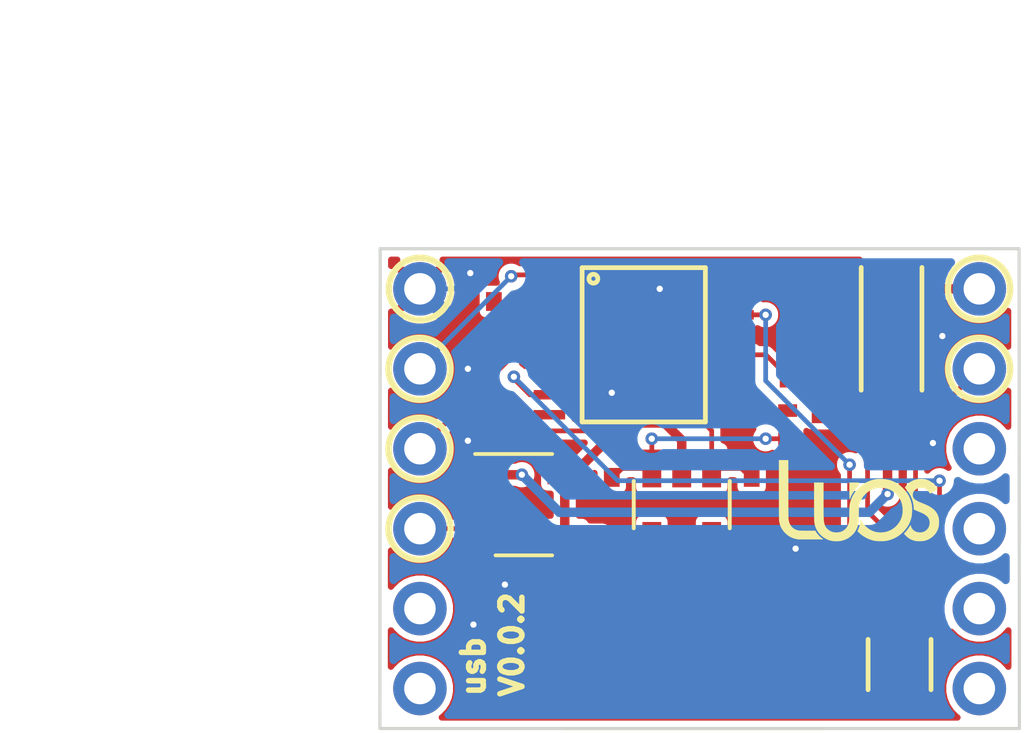
<source format=kicad_pcb>
(kicad_pcb (version 20171130) (host pcbnew "(5.0.1-3-g963ef8bb5)")

  (general
    (thickness 1.6)
    (drawings 12)
    (tracks 127)
    (zones 0)
    (modules 20)
    (nets 31)
  )

  (page A4)
  (layers
    (0 F.Cu signal hide)
    (31 B.Cu signal hide)
    (32 B.Adhes user hide)
    (33 F.Adhes user hide)
    (34 B.Paste user hide)
    (35 F.Paste user hide)
    (36 B.SilkS user hide)
    (37 F.SilkS user hide)
    (38 B.Mask user hide)
    (39 F.Mask user hide)
    (40 Dwgs.User user hide)
    (41 Cmts.User user hide)
    (42 Eco1.User user hide)
    (43 Eco2.User user hide)
    (44 Edge.Cuts user)
    (45 Margin user hide)
    (46 B.CrtYd user hide)
    (47 F.CrtYd user hide)
    (48 B.Fab user hide)
    (49 F.Fab user)
  )

  (setup
    (last_trace_width 0.15)
    (user_trace_width 0.15)
    (user_trace_width 0.3)
    (trace_clearance 0.15)
    (zone_clearance 0.2)
    (zone_45_only yes)
    (trace_min 0.15)
    (segment_width 0.2)
    (edge_width 0.15)
    (via_size 0.4)
    (via_drill 0.2)
    (via_min_size 0.4)
    (via_min_drill 0.2)
    (user_via 0.6 0.3)
    (uvia_size 0.3)
    (uvia_drill 0.1)
    (uvias_allowed no)
    (uvia_min_size 0.2)
    (uvia_min_drill 0.1)
    (pcb_text_width 0.3)
    (pcb_text_size 1.5 1.5)
    (mod_edge_width 0.15)
    (mod_text_size 1 1)
    (mod_text_width 0.15)
    (pad_size 1.524 1.524)
    (pad_drill 0.762)
    (pad_to_mask_clearance 0)
    (solder_mask_min_width 0.25)
    (aux_axis_origin 0 0)
    (grid_origin 82.85 106.05)
    (visible_elements 7FFFFF7F)
    (pcbplotparams
      (layerselection 0x3d0ef_ffffffff)
      (usegerberextensions false)
      (usegerberattributes false)
      (usegerberadvancedattributes false)
      (creategerberjobfile false)
      (excludeedgelayer true)
      (linewidth 0.100000)
      (plotframeref false)
      (viasonmask false)
      (mode 1)
      (useauxorigin false)
      (hpglpennumber 1)
      (hpglpenspeed 20)
      (hpglpendiameter 15.000000)
      (psnegative false)
      (psa4output false)
      (plotreference true)
      (plotvalue true)
      (plotinvisibletext false)
      (padsonsilk false)
      (subtractmaskfromsilk false)
      (outputformat 1)
      (mirror false)
      (drillshape 0)
      (scaleselection 1)
      (outputdirectory "gerber/assembly/"))
  )

  (net 0 "")
  (net 1 /TxD)
  (net 2 "Net-(U1-Pad2)")
  (net 3 "Net-(C3-Pad1)")
  (net 4 /RxD)
  (net 5 GND)
  (net 6 "Net-(U1-Pad6)")
  (net 7 /Rx_LED)
  (net 8 "Net-(R1-Pad1)")
  (net 9 "Net-(R2-Pad1)")
  (net 10 +3V3)
  (net 11 /Tx_LED)
  (net 12 "Net-(R3-Pad1)")
  (net 13 "Net-(U1-Pad16)")
  (net 14 /Vin)
  (net 15 VBUS)
  (net 16 "Net-(C1-Pad1)")
  (net 17 "Net-(C2-Pad1)")
  (net 18 "Net-(J1-Pad4)")
  (net 19 "Net-(D1-Pad1)")
  (net 20 "Net-(D1-Pad3)")
  (net 21 "Net-(J2-Pad4)")
  (net 22 "Net-(J2-Pad2)")
  (net 23 "Net-(J2-Pad1)")
  (net 24 "Net-(J2-Pad11)")
  (net 25 "Net-(J2-Pad3)")
  (net 26 "Net-(J2-Pad10)")
  (net 27 "Net-(J2-Pad12)")
  (net 28 "Net-(J1-Pad2)")
  (net 29 "Net-(J1-Pad3)")
  (net 30 +5V)

  (net_class Default "Ceci est la Netclass par défaut."
    (clearance 0.15)
    (trace_width 0.15)
    (via_dia 0.4)
    (via_drill 0.2)
    (uvia_dia 0.3)
    (uvia_drill 0.1)
    (add_net +3V3)
    (add_net /RxD)
    (add_net /Rx_LED)
    (add_net /TxD)
    (add_net /Tx_LED)
    (add_net GND)
    (add_net "Net-(C1-Pad1)")
    (add_net "Net-(C2-Pad1)")
    (add_net "Net-(C3-Pad1)")
    (add_net "Net-(D1-Pad1)")
    (add_net "Net-(D1-Pad3)")
    (add_net "Net-(J1-Pad2)")
    (add_net "Net-(J1-Pad3)")
    (add_net "Net-(J1-Pad4)")
    (add_net "Net-(J2-Pad1)")
    (add_net "Net-(J2-Pad10)")
    (add_net "Net-(J2-Pad11)")
    (add_net "Net-(J2-Pad12)")
    (add_net "Net-(J2-Pad2)")
    (add_net "Net-(J2-Pad3)")
    (add_net "Net-(J2-Pad4)")
    (add_net "Net-(R1-Pad1)")
    (add_net "Net-(R2-Pad1)")
    (add_net "Net-(R3-Pad1)")
    (add_net "Net-(U1-Pad16)")
    (add_net "Net-(U1-Pad2)")
    (add_net "Net-(U1-Pad6)")
  )

  (net_class Alim ""
    (clearance 0.15)
    (trace_width 0.3)
    (via_dia 0.4)
    (via_drill 0.2)
    (uvia_dia 0.3)
    (uvia_drill 0.1)
    (add_net +5V)
    (add_net /Vin)
    (add_net VBUS)
  )

  (module Common_Footprint:MicroUSB_B (layer F.Cu) (tedit 5D513B78) (tstamp 5AA013FB)
    (at 92.8 119.85)
    (path /5A549B9F)
    (fp_text reference J1 (at -0.0125 -1.2) (layer F.Fab)
      (effects (font (size 0.5 0.5) (thickness 0.125)))
    )
    (fp_text value µUSB_B (at 0.5 -4.5) (layer F.Fab) hide
      (effects (font (size 1 1) (thickness 0.15)))
    )
    (fp_line (start -3.175 3.175) (end -3.175 -2.54) (layer F.Fab) (width 0.1))
    (fp_line (start 3.175 3.175) (end -3.175 3.175) (layer F.Fab) (width 0.1))
    (fp_line (start 3.175 -2.54) (end 3.175 3.175) (layer F.Fab) (width 0.1))
    (fp_line (start -3.175 -2.54) (end 3.175 -2.54) (layer F.Fab) (width 0.1))
    (fp_line (start 4.15 1.45) (end -4.15 1.45) (layer F.SilkS) (width 0.1))
    (pad 5 smd rect (at -3.1 -2.55) (size 2.1 1.6) (layers F.Cu F.Paste F.Mask)
      (net 5 GND))
    (pad 5 smd rect (at -1.2 0) (size 1.9 1.9) (layers F.Cu F.Paste F.Mask)
      (net 5 GND))
    (pad 5 smd rect (at 1.2 0) (size 1.9 1.9) (layers F.Cu F.Paste F.Mask)
      (net 5 GND))
    (pad 5 smd rect (at 3.8 0) (size 1.8 1.9) (layers F.Cu F.Paste F.Mask)
      (net 5 GND))
    (pad 5 smd rect (at 1.3 -2.675) (size 0.4 1.35) (layers F.Cu F.Paste F.Mask)
      (net 5 GND))
    (pad 4 smd rect (at 0.65 -2.675) (size 0.4 1.35) (layers F.Cu F.Paste F.Mask)
      (net 18 "Net-(J1-Pad4)"))
    (pad 3 smd rect (at 0 -2.675) (size 0.4 1.35) (layers F.Cu F.Paste F.Mask)
      (net 29 "Net-(J1-Pad3)"))
    (pad 2 smd rect (at -0.65 -2.675) (size 0.4 1.35) (layers F.Cu F.Paste F.Mask)
      (net 28 "Net-(J1-Pad2)"))
    (pad 1 smd rect (at -1.3 -2.675) (size 0.4 1.35) (layers F.Cu F.Paste F.Mask)
      (net 30 +5V))
    (pad 5 smd rect (at -3.8 0) (size 1.8 1.9) (layers F.Cu F.Paste F.Mask)
      (net 5 GND))
    (pad 5 smd rect (at 3.1 -2.55) (size 2.1 1.6) (layers F.Cu F.Paste F.Mask)
      (net 5 GND))
    (model ${KISYS3DMOD}/MicroUSB_B_10118192C.stp
      (offset (xyz -97.99999852818766 3.124999953067208 -0.3499999947435274))
      (scale (xyz 1 1 1))
      (rotate (xyz -90 0 0))
    )
  )

  (module Common_Footprint:SOT23-6L (layer F.Cu) (tedit 5C6D62BF) (tstamp 5AB52208)
    (at 92.431 114.183)
    (path /5AB6C3C7)
    (fp_text reference U3 (at -0.0185 -0.033) (layer F.Fab)
      (effects (font (size 0.5 0.5) (thickness 0.125)))
    )
    (fp_text value USBLC6-2SC6 (at 0 4.572) (layer F.Fab) hide
      (effects (font (size 1 1) (thickness 0.15)))
    )
    (fp_circle (center -1.143 0.4445) (end -0.9525 0.508) (layer F.Fab) (width 0.1))
    (fp_line (start 1.524 0.889) (end 1.524 -0.8255) (layer F.Fab) (width 0.1))
    (fp_line (start -1.524 0.889) (end 1.524 0.889) (layer F.Fab) (width 0.1))
    (fp_line (start -1.524 -0.8255) (end -1.524 0.889) (layer F.Fab) (width 0.1))
    (fp_line (start 1.524 -0.8255) (end -1.524 -0.8255) (layer F.Fab) (width 0.1))
    (fp_line (start -1.525 0.75) (end -1.525 -0.75) (layer F.SilkS) (width 0.125))
    (fp_line (start 1.525 -0.75) (end 1.525 0.75) (layer F.SilkS) (width 0.125))
    (pad 4 smd rect (at 0.95 -1.15 180) (size 0.6 1.2) (layers F.Cu F.Paste F.Mask)
      (net 17 "Net-(C2-Pad1)"))
    (pad 5 smd rect (at 0 -1.15 180) (size 0.6 1.2) (layers F.Cu F.Paste F.Mask)
      (net 30 +5V))
    (pad 6 smd rect (at -0.95 -1.15 180) (size 0.6 1.2) (layers F.Cu F.Paste F.Mask)
      (net 16 "Net-(C1-Pad1)"))
    (pad 3 smd rect (at 0.95 1.15) (size 0.6 1.2) (layers F.Cu F.Paste F.Mask)
      (net 29 "Net-(J1-Pad3)"))
    (pad 2 smd rect (at 0 1.15) (size 0.6 1.2) (layers F.Cu F.Paste F.Mask)
      (net 5 GND))
    (pad 1 smd rect (at -0.95 1.15) (size 0.6 1.2) (layers F.Cu F.Paste F.Mask)
      (net 28 "Net-(J1-Pad2)"))
    (model ${KISYS3DMOD}/SOT-23-6.step
      (at (xyz 0 0 0))
      (scale (xyz 1 1 1))
      (rotate (xyz 0 0 90))
    )
  )

  (module Common_Footprint:SSOP-16 (layer F.Cu) (tedit 5C6D6279) (tstamp 5AB3A8F0)
    (at 91.2245 109.103)
    (path /5A549A22)
    (attr smd)
    (fp_text reference U1 (at 0.088 0.047 180) (layer F.Fab)
      (effects (font (size 0.5 0.5) (thickness 0.125)))
    )
    (fp_text value FT230X (at 0 -3.3) (layer F.Fab) hide
      (effects (font (size 1 1) (thickness 0.15)))
    )
    (fp_circle (center -1.5875 -2.0955) (end -1.4605 -1.9685) (layer F.Fab) (width 0.1))
    (fp_line (start -1.9685 2.4765) (end -1.9685 -2.4765) (layer F.Fab) (width 0.1))
    (fp_line (start 1.9685 2.4765) (end -1.9685 2.4765) (layer F.Fab) (width 0.1))
    (fp_line (start 1.9685 -2.4765) (end 1.9685 2.4765) (layer F.Fab) (width 0.1))
    (fp_line (start -1.9685 -2.4765) (end 1.9685 -2.4765) (layer F.Fab) (width 0.1))
    (fp_circle (center -1.6 -2.1) (end -1.5 -2) (layer F.SilkS) (width 0.15))
    (fp_line (start -1.9588 -2.4511) (end -1.9588 2.4511) (layer F.SilkS) (width 0.15))
    (fp_line (start 1.9588 -2.4511) (end -1.9588 -2.4511) (layer F.SilkS) (width 0.15))
    (fp_line (start 1.9588 2.4511) (end 1.9588 -2.4511) (layer F.SilkS) (width 0.15))
    (fp_line (start -1.9588 2.4511) (end 1.9588 2.4511) (layer F.SilkS) (width 0.15))
    (pad 16 smd rect (at 2.9972 -2.2225) (size 1 0.3) (layers F.Cu F.Paste F.Mask)
      (net 13 "Net-(U1-Pad16)"))
    (pad 15 smd rect (at 2.9972 -1.5875) (size 1 0.3) (layers F.Cu F.Paste F.Mask)
      (net 12 "Net-(R3-Pad1)"))
    (pad 14 smd rect (at 2.9972 -0.9525) (size 1 0.3) (layers F.Cu F.Paste F.Mask)
      (net 11 /Tx_LED))
    (pad 13 smd rect (at 2.9972 -0.3175) (size 1 0.3) (layers F.Cu F.Paste F.Mask)
      (net 5 GND))
    (pad 12 smd rect (at 2.9972 0.3175) (size 1 0.3) (layers F.Cu F.Paste F.Mask)
      (net 10 +3V3))
    (pad 11 smd rect (at 2.9972 0.9525) (size 1 0.3) (layers F.Cu F.Paste F.Mask)
      (net 3 "Net-(C3-Pad1)"))
    (pad 10 smd rect (at 2.9972 1.5875) (size 1 0.3) (layers F.Cu F.Paste F.Mask)
      (net 3 "Net-(C3-Pad1)"))
    (pad 9 smd rect (at 2.9972 2.2225) (size 1 0.3) (layers F.Cu F.Paste F.Mask)
      (net 9 "Net-(R2-Pad1)"))
    (pad 8 smd rect (at -2.9972 2.2225) (size 1 0.3) (layers F.Cu F.Paste F.Mask)
      (net 8 "Net-(R1-Pad1)"))
    (pad 7 smd rect (at -2.9972 1.5875) (size 1 0.3) (layers F.Cu F.Paste F.Mask)
      (net 7 /Rx_LED))
    (pad 6 smd rect (at -2.9972 0.9525) (size 1 0.3) (layers F.Cu F.Paste F.Mask)
      (net 6 "Net-(U1-Pad6)"))
    (pad 5 smd rect (at -2.9972 0.3175) (size 1 0.3) (layers F.Cu F.Paste F.Mask)
      (net 5 GND))
    (pad 4 smd rect (at -2.9972 -0.3175) (size 1 0.3) (layers F.Cu F.Paste F.Mask)
      (net 4 /RxD))
    (pad 3 smd rect (at -2.9972 -0.9525) (size 1 0.3) (layers F.Cu F.Paste F.Mask)
      (net 3 "Net-(C3-Pad1)"))
    (pad 2 smd rect (at -2.9972 -1.5875) (size 1 0.3) (layers F.Cu F.Paste F.Mask)
      (net 2 "Net-(U1-Pad2)"))
    (pad 1 smd rect (at -2.9972 -2.2225) (size 1 0.3) (layers F.Cu F.Paste F.Mask)
      (net 1 /TxD))
    (model ${KISYS3DMOD}/SSOP16.step
      (at (xyz 0 0 0))
      (scale (xyz 1 1 1))
      (rotate (xyz -90 0 90))
    )
  )

  (module Common_Footprint:PowerDI-123 (layer F.Cu) (tedit 5C6D6238) (tstamp 5AA00D44)
    (at 99.0985 108.595 90)
    (path /5AB3D171)
    (fp_text reference D2 (at 1.148 0.0075 180) (layer F.Fab)
      (effects (font (size 0.5 0.5) (thickness 0.125)))
    )
    (fp_text value DFLS230L-7 (at 0 -1.75 90) (layer F.Fab) hide
      (effects (font (size 1 1) (thickness 0.15)))
    )
    (fp_line (start 0.254 -0.508) (end 0.254 0.5715) (layer F.Fab) (width 0.1))
    (fp_line (start 0.254 0) (end -0.8255 -0.508) (layer F.Fab) (width 0.1))
    (fp_line (start -0.8255 0.5715) (end 0.254 0) (layer F.Fab) (width 0.1))
    (fp_line (start -0.8255 -0.508) (end -0.8255 0.5715) (layer F.Fab) (width 0.1))
    (fp_line (start -1.7145 0.8255) (end -1.7145 -0.8255) (layer F.Fab) (width 0.1))
    (fp_line (start 1.7145 0.8255) (end -1.7145 0.8255) (layer F.Fab) (width 0.1))
    (fp_line (start 1.7145 -0.8255) (end 1.7145 0.8255) (layer F.Fab) (width 0.1))
    (fp_line (start -1.7145 -0.8255) (end 1.7145 -0.8255) (layer F.Fab) (width 0.1))
    (fp_line (start -1.95 -0.965) (end 1.95 -0.965) (layer F.SilkS) (width 0.15))
    (fp_line (start -1.95 0.965) (end 1.95 0.965) (layer F.SilkS) (width 0.15))
    (pad 1 smd rect (at 0.85 0 90) (size 2.41 1.5) (layers F.Cu F.Paste F.Mask)
      (net 14 /Vin))
    (pad 2 smd rect (at -1.525 0 90) (size 1.05 1.5) (layers F.Cu F.Paste F.Mask)
      (net 15 VBUS))
    (model ${KISYS3DMOD}/PowerDI123.stp
      (offset (xyz 0 0.9099999863331713 0.4999999924907534))
      (scale (xyz 1 1 1))
      (rotate (xyz 0 90 180))
    )
  )

  (module Common_Footprint:KPTB-1615ESGC (layer F.Cu) (tedit 5C6D6199) (tstamp 5AA00D69)
    (at 99.3525 119.263 90)
    (path /5A55DC30)
    (fp_text reference D1 (at 1.148 0.0075 180) (layer F.Fab)
      (effects (font (size 0.5 0.5) (thickness 0.125)))
    )
    (fp_text value KPTB-1615ESGC (at 0 -1.65 90) (layer F.Fab) hide
      (effects (font (size 1 1) (thickness 0.15)))
    )
    (fp_circle (center 0.4445 -0.508) (end 0.4445 -0.381) (layer F.Fab) (width 0.1))
    (fp_line (start -0.254 0.254) (end -0.254 0.635) (layer F.Fab) (width 0.1))
    (fp_line (start -0.1905 0.4445) (end 0.127 0.254) (layer F.Fab) (width 0.1))
    (fp_line (start 0.127 0.635) (end -0.1905 0.4445) (layer F.Fab) (width 0.1))
    (fp_line (start 0.127 0.254) (end 0.127 0.635) (layer F.Fab) (width 0.1))
    (fp_line (start -0.254 -0.635) (end -0.254 -0.254) (layer F.Fab) (width 0.1))
    (fp_line (start -0.1905 -0.4445) (end 0.127 -0.635) (layer F.Fab) (width 0.1))
    (fp_line (start 0.127 -0.254) (end -0.1905 -0.4445) (layer F.Fab) (width 0.1))
    (fp_line (start 0.127 -0.635) (end 0.127 -0.254) (layer F.Fab) (width 0.1))
    (fp_line (start -0.6985 0.762) (end -0.6985 -0.762) (layer F.Fab) (width 0.1))
    (fp_line (start 0.6985 0.762) (end -0.6985 0.762) (layer F.Fab) (width 0.1))
    (fp_line (start 0.6985 -0.762) (end 0.6985 0.762) (layer F.Fab) (width 0.1))
    (fp_line (start -0.6985 -0.762) (end 0.6985 -0.762) (layer F.Fab) (width 0.1))
    (fp_line (start 0.8 -1) (end -0.8 -1) (layer F.SilkS) (width 0.15))
    (fp_line (start 0.8 1) (end -0.8 1) (layer F.SilkS) (width 0.15))
    (pad 1 smd rect (at 0.875 -0.5 90) (size 0.85 0.5) (layers F.Cu F.Paste F.Mask)
      (net 19 "Net-(D1-Pad1)"))
    (pad 2 smd rect (at -0.875 -0.5 90) (size 0.85 0.5) (layers F.Cu F.Paste F.Mask)
      (net 11 /Tx_LED))
    (pad 3 smd rect (at 0.875 0.5 90) (size 0.85 0.5) (layers F.Cu F.Paste F.Mask)
      (net 20 "Net-(D1-Pad3)"))
    (pad 4 smd rect (at -0.875 0.5 90) (size 0.85 0.5) (layers F.Cu F.Paste F.Mask)
      (net 7 /Rx_LED))
    (model ${KISYS3DMOD}/APTB1615.STEP
      (offset (xyz 0 0 0.1))
      (scale (xyz 1 1 1))
      (rotate (xyz -90 0 0))
    )
  )

  (module Common_Footprint:l0_Shield_Socket locked (layer F.Cu) (tedit 5C657850) (tstamp 5AA013B6)
    (at 93 113.675)
    (path /5AA017D3)
    (fp_text reference J2 (at 0 0.5) (layer F.SilkS) hide
      (effects (font (size 1 1) (thickness 0.15)))
    )
    (fp_text value l0_Socket (at 0 -0.5) (layer F.Fab) hide
      (effects (font (size 1 1) (thickness 0.15)))
    )
    (fp_line (start -10.15 -7.625) (end -10.16 7.62) (layer Edge.Cuts) (width 0.1))
    (fp_line (start -10.15 -7.625) (end 10.15 -7.625) (layer Edge.Cuts) (width 0.1))
    (fp_line (start -10.16 7.62) (end 10.16 7.62) (layer Edge.Cuts) (width 0.1))
    (fp_line (start 10.15 -7.625) (end 10.16 7.62) (layer Edge.Cuts) (width 0.1))
    (pad 5 thru_hole circle (at 8.8875 -3.81 270) (size 1.7 1.7) (drill 1) (layers *.Cu *.Mask)
      (net 10 +3V3))
    (pad 6 thru_hole circle (at 8.8875 -6.35 270) (size 1.7 1.7) (drill 1) (layers *.Cu *.Mask)
      (net 14 /Vin))
    (pad 2 thru_hole circle (at 8.8875 3.81 270) (size 1.7 1.7) (drill 1) (layers *.Cu *.Mask)
      (net 22 "Net-(J2-Pad2)"))
    (pad 4 thru_hole circle (at 8.8875 -1.27 270) (size 1.7 1.7) (drill 1) (layers *.Cu *.Mask)
      (net 21 "Net-(J2-Pad4)"))
    (pad 1 thru_hole circle (at 8.8875 6.35 270) (size 1.7 1.7) (drill 1) (layers *.Cu *.Mask)
      (net 23 "Net-(J2-Pad1)"))
    (pad 7 thru_hole circle (at -8.8875 -6.35 270) (size 1.7 1.7) (drill 1) (layers *.Cu *.Mask)
      (net 5 GND))
    (pad 11 thru_hole circle (at -8.8875 3.81 270) (size 1.7 1.7) (drill 1) (layers *.Cu *.Mask)
      (net 24 "Net-(J2-Pad11)"))
    (pad 9 thru_hole circle (at -8.8875 -1.27 270) (size 1.7 1.7) (drill 1) (layers *.Cu *.Mask)
      (net 4 /RxD))
    (pad 3 thru_hole circle (at 8.8875 1.27 270) (size 1.7 1.7) (drill 1) (layers *.Cu *.Mask)
      (net 25 "Net-(J2-Pad3)"))
    (pad 10 thru_hole circle (at -8.8875 1.27 270) (size 1.7 1.7) (drill 1) (layers *.Cu *.Mask)
      (net 26 "Net-(J2-Pad10)"))
    (pad 12 thru_hole circle (at -8.8875 6.35 270) (size 1.7 1.7) (drill 1) (layers *.Cu *.Mask)
      (net 27 "Net-(J2-Pad12)"))
    (pad 8 thru_hole circle (at -8.8875 -3.81 270) (size 1.7 1.7) (drill 1) (layers *.Cu *.Mask)
      (net 1 /TxD))
  )

  (module Common_Footprint:C_0402_NoSilk (layer F.Cu) (tedit 5E8B679F) (tstamp 5AB3E68F)
    (at 96.8125 111.843 270)
    (descr "Capacitor SMD 0402, reflow soldering, AVX (see smccp.pdf)")
    (tags "capacitor 0402")
    (path /5A54DA0A)
    (attr smd)
    (fp_text reference C6 (at 0 -1.27 270) (layer F.SilkS) hide
      (effects (font (size 1 1) (thickness 0.15)))
    )
    (fp_text value 4.7uF (at 0 1.27 270) (layer F.Fab) hide
      (effects (font (size 1 1) (thickness 0.15)))
    )
    (fp_text user %R (at -0.01 0.01 270) (layer F.Fab)
      (effects (font (size 0.3 0.3) (thickness 0.075)))
    )
    (fp_line (start -0.5 0.25) (end -0.5 -0.25) (layer F.Fab) (width 0.1))
    (fp_line (start 0.5 0.25) (end -0.5 0.25) (layer F.Fab) (width 0.1))
    (fp_line (start 0.5 -0.25) (end 0.5 0.25) (layer F.Fab) (width 0.1))
    (fp_line (start -0.5 -0.25) (end 0.5 -0.25) (layer F.Fab) (width 0.1))
    (fp_line (start -1 -0.4) (end 1 -0.4) (layer F.CrtYd) (width 0.05))
    (fp_line (start -1 -0.4) (end -1 0.4) (layer F.CrtYd) (width 0.05))
    (fp_line (start 1 0.4) (end 1 -0.4) (layer F.CrtYd) (width 0.05))
    (fp_line (start 1 0.4) (end -1 0.4) (layer F.CrtYd) (width 0.05))
    (pad 1 smd rect (at -0.55 0 270) (size 0.6 0.5) (layers F.Cu F.Paste F.Mask)
      (net 10 +3V3))
    (pad 2 smd rect (at 0.55 0 270) (size 0.6 0.5) (layers F.Cu F.Paste F.Mask)
      (net 5 GND))
    (model "${KISYS3DMOD}/0402 SMD Capacitor.step"
      (at (xyz 0 0 0))
      (scale (xyz 1 1 1))
      (rotate (xyz -90 0 0))
    )
  )

  (module Common_Footprint:C_0402_NoSilk (layer F.Cu) (tedit 5E8B679F) (tstamp 5AB3E681)
    (at 96.8125 109.611 90)
    (descr "Capacitor SMD 0402, reflow soldering, AVX (see smccp.pdf)")
    (tags "capacitor 0402")
    (path /5A54D9DE)
    (attr smd)
    (fp_text reference C5 (at 0 -1.27 90) (layer F.SilkS) hide
      (effects (font (size 1 1) (thickness 0.15)))
    )
    (fp_text value 100nF (at 0 1.27 90) (layer F.Fab) hide
      (effects (font (size 1 1) (thickness 0.15)))
    )
    (fp_text user %R (at -0.01 0.01 90) (layer F.Fab)
      (effects (font (size 0.3 0.3) (thickness 0.075)))
    )
    (fp_line (start -0.5 0.25) (end -0.5 -0.25) (layer F.Fab) (width 0.1))
    (fp_line (start 0.5 0.25) (end -0.5 0.25) (layer F.Fab) (width 0.1))
    (fp_line (start 0.5 -0.25) (end 0.5 0.25) (layer F.Fab) (width 0.1))
    (fp_line (start -0.5 -0.25) (end 0.5 -0.25) (layer F.Fab) (width 0.1))
    (fp_line (start -1 -0.4) (end 1 -0.4) (layer F.CrtYd) (width 0.05))
    (fp_line (start -1 -0.4) (end -1 0.4) (layer F.CrtYd) (width 0.05))
    (fp_line (start 1 0.4) (end 1 -0.4) (layer F.CrtYd) (width 0.05))
    (fp_line (start 1 0.4) (end -1 0.4) (layer F.CrtYd) (width 0.05))
    (pad 1 smd rect (at -0.55 0 90) (size 0.6 0.5) (layers F.Cu F.Paste F.Mask)
      (net 10 +3V3))
    (pad 2 smd rect (at 0.55 0 90) (size 0.6 0.5) (layers F.Cu F.Paste F.Mask)
      (net 5 GND))
    (model "${KISYS3DMOD}/0402 SMD Capacitor.step"
      (at (xyz 0 0 0))
      (scale (xyz 1 1 1))
      (rotate (xyz -90 0 0))
    )
  )

  (module Common_Footprint:C_0402_NoSilk (layer F.Cu) (tedit 5E8B679F) (tstamp 5AB3E673)
    (at 95.7965 109.611 90)
    (descr "Capacitor SMD 0402, reflow soldering, AVX (see smccp.pdf)")
    (tags "capacitor 0402")
    (path /5A54D99A)
    (attr smd)
    (fp_text reference C4 (at 0 -1.27 90) (layer F.SilkS) hide
      (effects (font (size 1 1) (thickness 0.15)))
    )
    (fp_text value 100nF (at 0 1.27 90) (layer F.Fab) hide
      (effects (font (size 1 1) (thickness 0.15)))
    )
    (fp_text user %R (at -0.01 0.01 90) (layer F.Fab)
      (effects (font (size 0.3 0.3) (thickness 0.075)))
    )
    (fp_line (start -0.5 0.25) (end -0.5 -0.25) (layer F.Fab) (width 0.1))
    (fp_line (start 0.5 0.25) (end -0.5 0.25) (layer F.Fab) (width 0.1))
    (fp_line (start 0.5 -0.25) (end 0.5 0.25) (layer F.Fab) (width 0.1))
    (fp_line (start -0.5 -0.25) (end 0.5 -0.25) (layer F.Fab) (width 0.1))
    (fp_line (start -1 -0.4) (end 1 -0.4) (layer F.CrtYd) (width 0.05))
    (fp_line (start -1 -0.4) (end -1 0.4) (layer F.CrtYd) (width 0.05))
    (fp_line (start 1 0.4) (end 1 -0.4) (layer F.CrtYd) (width 0.05))
    (fp_line (start 1 0.4) (end -1 0.4) (layer F.CrtYd) (width 0.05))
    (pad 1 smd rect (at -0.55 0 90) (size 0.6 0.5) (layers F.Cu F.Paste F.Mask)
      (net 10 +3V3))
    (pad 2 smd rect (at 0.55 0 90) (size 0.6 0.5) (layers F.Cu F.Paste F.Mask)
      (net 5 GND))
    (model "${KISYS3DMOD}/0402 SMD Capacitor.step"
      (at (xyz 0 0 0))
      (scale (xyz 1 1 1))
      (rotate (xyz -90 0 0))
    )
  )

  (module Common_Footprint:C_0402_NoSilk (layer F.Cu) (tedit 5E8B679F) (tstamp 5AB3E665)
    (at 86.462 108.2775 270)
    (descr "Capacitor SMD 0402, reflow soldering, AVX (see smccp.pdf)")
    (tags "capacitor 0402")
    (path /5A54CD75)
    (attr smd)
    (fp_text reference C3 (at 0 -1.27 270) (layer F.SilkS) hide
      (effects (font (size 1 1) (thickness 0.15)))
    )
    (fp_text value 100nF (at 0 1.27 270) (layer F.Fab) hide
      (effects (font (size 1 1) (thickness 0.15)))
    )
    (fp_text user %R (at -0.01 0.01 270) (layer F.Fab)
      (effects (font (size 0.3 0.3) (thickness 0.075)))
    )
    (fp_line (start -0.5 0.25) (end -0.5 -0.25) (layer F.Fab) (width 0.1))
    (fp_line (start 0.5 0.25) (end -0.5 0.25) (layer F.Fab) (width 0.1))
    (fp_line (start 0.5 -0.25) (end 0.5 0.25) (layer F.Fab) (width 0.1))
    (fp_line (start -0.5 -0.25) (end 0.5 -0.25) (layer F.Fab) (width 0.1))
    (fp_line (start -1 -0.4) (end 1 -0.4) (layer F.CrtYd) (width 0.05))
    (fp_line (start -1 -0.4) (end -1 0.4) (layer F.CrtYd) (width 0.05))
    (fp_line (start 1 0.4) (end 1 -0.4) (layer F.CrtYd) (width 0.05))
    (fp_line (start 1 0.4) (end -1 0.4) (layer F.CrtYd) (width 0.05))
    (pad 1 smd rect (at -0.55 0 270) (size 0.6 0.5) (layers F.Cu F.Paste F.Mask)
      (net 3 "Net-(C3-Pad1)"))
    (pad 2 smd rect (at 0.55 0 270) (size 0.6 0.5) (layers F.Cu F.Paste F.Mask)
      (net 5 GND))
    (model "${KISYS3DMOD}/0402 SMD Capacitor.step"
      (at (xyz 0 0 0))
      (scale (xyz 1 1 1))
      (rotate (xyz -90 0 0))
    )
  )

  (module Common_Footprint:C_0402_NoSilk (layer F.Cu) (tedit 5E8B679F) (tstamp 5AB3E657)
    (at 94.6535 113.8655 270)
    (descr "Capacitor SMD 0402, reflow soldering, AVX (see smccp.pdf)")
    (tags "capacitor 0402")
    (path /5A54BCBE)
    (attr smd)
    (fp_text reference C2 (at 0 -1.27 270) (layer F.SilkS) hide
      (effects (font (size 1 1) (thickness 0.15)))
    )
    (fp_text value 47pF (at 0 1.27 270) (layer F.Fab) hide
      (effects (font (size 1 1) (thickness 0.15)))
    )
    (fp_text user %R (at -0.01 0.01 270) (layer F.Fab)
      (effects (font (size 0.3 0.3) (thickness 0.075)))
    )
    (fp_line (start -0.5 0.25) (end -0.5 -0.25) (layer F.Fab) (width 0.1))
    (fp_line (start 0.5 0.25) (end -0.5 0.25) (layer F.Fab) (width 0.1))
    (fp_line (start 0.5 -0.25) (end 0.5 0.25) (layer F.Fab) (width 0.1))
    (fp_line (start -0.5 -0.25) (end 0.5 -0.25) (layer F.Fab) (width 0.1))
    (fp_line (start -1 -0.4) (end 1 -0.4) (layer F.CrtYd) (width 0.05))
    (fp_line (start -1 -0.4) (end -1 0.4) (layer F.CrtYd) (width 0.05))
    (fp_line (start 1 0.4) (end 1 -0.4) (layer F.CrtYd) (width 0.05))
    (fp_line (start 1 0.4) (end -1 0.4) (layer F.CrtYd) (width 0.05))
    (pad 1 smd rect (at -0.55 0 270) (size 0.6 0.5) (layers F.Cu F.Paste F.Mask)
      (net 17 "Net-(C2-Pad1)"))
    (pad 2 smd rect (at 0.55 0 270) (size 0.6 0.5) (layers F.Cu F.Paste F.Mask)
      (net 5 GND))
    (model "${KISYS3DMOD}/0402 SMD Capacitor.step"
      (at (xyz 0 0 0))
      (scale (xyz 1 1 1))
      (rotate (xyz -90 0 0))
    )
  )

  (module Common_Footprint:C_0402_NoSilk (layer F.Cu) (tedit 5E8B679F) (tstamp 5AB3E649)
    (at 90.2085 113.8655 270)
    (descr "Capacitor SMD 0402, reflow soldering, AVX (see smccp.pdf)")
    (tags "capacitor 0402")
    (path /5A54AC60)
    (attr smd)
    (fp_text reference C1 (at 0 -1.27 270) (layer F.SilkS) hide
      (effects (font (size 1 1) (thickness 0.15)))
    )
    (fp_text value 47pF (at 0 1.27 270) (layer F.Fab) hide
      (effects (font (size 1 1) (thickness 0.15)))
    )
    (fp_text user %R (at -0.01 0.01 270) (layer F.Fab)
      (effects (font (size 0.3 0.3) (thickness 0.075)))
    )
    (fp_line (start -0.5 0.25) (end -0.5 -0.25) (layer F.Fab) (width 0.1))
    (fp_line (start 0.5 0.25) (end -0.5 0.25) (layer F.Fab) (width 0.1))
    (fp_line (start 0.5 -0.25) (end 0.5 0.25) (layer F.Fab) (width 0.1))
    (fp_line (start -0.5 -0.25) (end 0.5 -0.25) (layer F.Fab) (width 0.1))
    (fp_line (start -1 -0.4) (end 1 -0.4) (layer F.CrtYd) (width 0.05))
    (fp_line (start -1 -0.4) (end -1 0.4) (layer F.CrtYd) (width 0.05))
    (fp_line (start 1 0.4) (end 1 -0.4) (layer F.CrtYd) (width 0.05))
    (fp_line (start 1 0.4) (end -1 0.4) (layer F.CrtYd) (width 0.05))
    (pad 1 smd rect (at -0.55 0 270) (size 0.6 0.5) (layers F.Cu F.Paste F.Mask)
      (net 16 "Net-(C1-Pad1)"))
    (pad 2 smd rect (at 0.55 0 270) (size 0.6 0.5) (layers F.Cu F.Paste F.Mask)
      (net 5 GND))
    (model "${KISYS3DMOD}/0402 SMD Capacitor.step"
      (at (xyz 0 0 0))
      (scale (xyz 1 1 1))
      (rotate (xyz -90 0 0))
    )
  )

  (module Common_Footprint:R_0402_NoSilk (layer F.Cu) (tedit 5E8B6747) (tstamp 5AB3E5FD)
    (at 99.8605 116.723 270)
    (descr "Resistor SMD 0402, reflow soldering, Vishay (see dcrcw.pdf)")
    (tags "resistor 0402")
    (path /5A55E07F)
    (attr smd)
    (fp_text reference R6 (at 0 -1.2 270) (layer F.Fab) hide
      (effects (font (size 1 1) (thickness 0.15)))
    )
    (fp_text value 56 (at 0 1.25 270) (layer F.Fab) hide
      (effects (font (size 1 1) (thickness 0.15)))
    )
    (fp_line (start 0.8 0.45) (end -0.8 0.45) (layer F.CrtYd) (width 0.05))
    (fp_line (start 0.8 0.45) (end 0.8 -0.45) (layer F.CrtYd) (width 0.05))
    (fp_line (start -0.8 -0.45) (end -0.8 0.45) (layer F.CrtYd) (width 0.05))
    (fp_line (start -0.8 -0.45) (end 0.8 -0.45) (layer F.CrtYd) (width 0.05))
    (fp_line (start -0.5 -0.25) (end 0.5 -0.25) (layer F.Fab) (width 0.1))
    (fp_line (start 0.5 -0.25) (end 0.5 0.25) (layer F.Fab) (width 0.1))
    (fp_line (start 0.5 0.25) (end -0.5 0.25) (layer F.Fab) (width 0.1))
    (fp_line (start -0.5 0.25) (end -0.5 -0.25) (layer F.Fab) (width 0.1))
    (pad 2 smd rect (at 0.45 0 270) (size 0.4 0.6) (layers F.Cu F.Paste F.Mask)
      (net 20 "Net-(D1-Pad3)"))
    (pad 1 smd rect (at -0.45 0 270) (size 0.4 0.6) (layers F.Cu F.Paste F.Mask)
      (net 10 +3V3))
    (model "${KISYS3DMOD}/0402 SMD Resistor.step"
      (at (xyz 0 0 0))
      (scale (xyz 1 1 1))
      (rotate (xyz 0 0 90))
    )
  )

  (module Common_Footprint:R_0402_NoSilk (layer F.Cu) (tedit 5E8B6747) (tstamp 5AB3E5EF)
    (at 98.8445 116.723 270)
    (descr "Resistor SMD 0402, reflow soldering, Vishay (see dcrcw.pdf)")
    (tags "resistor 0402")
    (path /5A55E02F)
    (attr smd)
    (fp_text reference R5 (at 0 -1.2 270) (layer F.Fab) hide
      (effects (font (size 1 1) (thickness 0.15)))
    )
    (fp_text value 66,5 (at 0 1.25 270) (layer F.Fab) hide
      (effects (font (size 1 1) (thickness 0.15)))
    )
    (fp_line (start 0.8 0.45) (end -0.8 0.45) (layer F.CrtYd) (width 0.05))
    (fp_line (start 0.8 0.45) (end 0.8 -0.45) (layer F.CrtYd) (width 0.05))
    (fp_line (start -0.8 -0.45) (end -0.8 0.45) (layer F.CrtYd) (width 0.05))
    (fp_line (start -0.8 -0.45) (end 0.8 -0.45) (layer F.CrtYd) (width 0.05))
    (fp_line (start -0.5 -0.25) (end 0.5 -0.25) (layer F.Fab) (width 0.1))
    (fp_line (start 0.5 -0.25) (end 0.5 0.25) (layer F.Fab) (width 0.1))
    (fp_line (start 0.5 0.25) (end -0.5 0.25) (layer F.Fab) (width 0.1))
    (fp_line (start -0.5 0.25) (end -0.5 -0.25) (layer F.Fab) (width 0.1))
    (pad 2 smd rect (at 0.45 0 270) (size 0.4 0.6) (layers F.Cu F.Paste F.Mask)
      (net 19 "Net-(D1-Pad1)"))
    (pad 1 smd rect (at -0.45 0 270) (size 0.4 0.6) (layers F.Cu F.Paste F.Mask)
      (net 10 +3V3))
    (model "${KISYS3DMOD}/0402 SMD Resistor.step"
      (at (xyz 0 0 0))
      (scale (xyz 1 1 1))
      (rotate (xyz 0 0 90))
    )
  )

  (module Common_Footprint:R_0402_NoSilk (layer F.Cu) (tedit 5E8B6747) (tstamp 5AB3E5E1)
    (at 95.7965 107.579 90)
    (descr "Resistor SMD 0402, reflow soldering, Vishay (see dcrcw.pdf)")
    (tags "resistor 0402")
    (path /5A54F3D9)
    (attr smd)
    (fp_text reference R4 (at 0 -1.2 90) (layer F.Fab) hide
      (effects (font (size 1 1) (thickness 0.15)))
    )
    (fp_text value 10K (at 0 1.25 90) (layer F.Fab) hide
      (effects (font (size 1 1) (thickness 0.15)))
    )
    (fp_line (start 0.8 0.45) (end -0.8 0.45) (layer F.CrtYd) (width 0.05))
    (fp_line (start 0.8 0.45) (end 0.8 -0.45) (layer F.CrtYd) (width 0.05))
    (fp_line (start -0.8 -0.45) (end -0.8 0.45) (layer F.CrtYd) (width 0.05))
    (fp_line (start -0.8 -0.45) (end 0.8 -0.45) (layer F.CrtYd) (width 0.05))
    (fp_line (start -0.5 -0.25) (end 0.5 -0.25) (layer F.Fab) (width 0.1))
    (fp_line (start 0.5 -0.25) (end 0.5 0.25) (layer F.Fab) (width 0.1))
    (fp_line (start 0.5 0.25) (end -0.5 0.25) (layer F.Fab) (width 0.1))
    (fp_line (start -0.5 0.25) (end -0.5 -0.25) (layer F.Fab) (width 0.1))
    (pad 2 smd rect (at 0.45 0 90) (size 0.4 0.6) (layers F.Cu F.Paste F.Mask)
      (net 12 "Net-(R3-Pad1)"))
    (pad 1 smd rect (at -0.45 0 90) (size 0.4 0.6) (layers F.Cu F.Paste F.Mask)
      (net 5 GND))
    (model "${KISYS3DMOD}/0402 SMD Resistor.step"
      (at (xyz 0 0 0))
      (scale (xyz 1 1 1))
      (rotate (xyz 0 0 90))
    )
  )

  (module Common_Footprint:R_0402_NoSilk (layer F.Cu) (tedit 5E8B6747) (tstamp 5AB3E5D3)
    (at 96.8125 107.579 270)
    (descr "Resistor SMD 0402, reflow soldering, Vishay (see dcrcw.pdf)")
    (tags "resistor 0402")
    (path /5A54EEC9)
    (attr smd)
    (fp_text reference R3 (at 0 -1.2 270) (layer F.Fab) hide
      (effects (font (size 1 1) (thickness 0.15)))
    )
    (fp_text value 4K7 (at 0 1.25 270) (layer F.Fab) hide
      (effects (font (size 1 1) (thickness 0.15)))
    )
    (fp_line (start 0.8 0.45) (end -0.8 0.45) (layer F.CrtYd) (width 0.05))
    (fp_line (start 0.8 0.45) (end 0.8 -0.45) (layer F.CrtYd) (width 0.05))
    (fp_line (start -0.8 -0.45) (end -0.8 0.45) (layer F.CrtYd) (width 0.05))
    (fp_line (start -0.8 -0.45) (end 0.8 -0.45) (layer F.CrtYd) (width 0.05))
    (fp_line (start -0.5 -0.25) (end 0.5 -0.25) (layer F.Fab) (width 0.1))
    (fp_line (start 0.5 -0.25) (end 0.5 0.25) (layer F.Fab) (width 0.1))
    (fp_line (start 0.5 0.25) (end -0.5 0.25) (layer F.Fab) (width 0.1))
    (fp_line (start -0.5 0.25) (end -0.5 -0.25) (layer F.Fab) (width 0.1))
    (pad 2 smd rect (at 0.45 0 270) (size 0.4 0.6) (layers F.Cu F.Paste F.Mask)
      (net 15 VBUS))
    (pad 1 smd rect (at -0.45 0 270) (size 0.4 0.6) (layers F.Cu F.Paste F.Mask)
      (net 12 "Net-(R3-Pad1)"))
    (model "${KISYS3DMOD}/0402 SMD Resistor.step"
      (at (xyz 0 0 0))
      (scale (xyz 1 1 1))
      (rotate (xyz 0 0 90))
    )
  )

  (module Common_Footprint:R_0402_NoSilk (layer F.Cu) (tedit 5E8B6747) (tstamp 5AB3E5C5)
    (at 95.7965 111.643 270)
    (descr "Resistor SMD 0402, reflow soldering, Vishay (see dcrcw.pdf)")
    (tags "resistor 0402")
    (path /5A54A779)
    (attr smd)
    (fp_text reference R2 (at 0 -1.2 270) (layer F.Fab) hide
      (effects (font (size 1 1) (thickness 0.15)))
    )
    (fp_text value 27 (at 0 1.25 270) (layer F.Fab) hide
      (effects (font (size 1 1) (thickness 0.15)))
    )
    (fp_line (start 0.8 0.45) (end -0.8 0.45) (layer F.CrtYd) (width 0.05))
    (fp_line (start 0.8 0.45) (end 0.8 -0.45) (layer F.CrtYd) (width 0.05))
    (fp_line (start -0.8 -0.45) (end -0.8 0.45) (layer F.CrtYd) (width 0.05))
    (fp_line (start -0.8 -0.45) (end 0.8 -0.45) (layer F.CrtYd) (width 0.05))
    (fp_line (start -0.5 -0.25) (end 0.5 -0.25) (layer F.Fab) (width 0.1))
    (fp_line (start 0.5 -0.25) (end 0.5 0.25) (layer F.Fab) (width 0.1))
    (fp_line (start 0.5 0.25) (end -0.5 0.25) (layer F.Fab) (width 0.1))
    (fp_line (start -0.5 0.25) (end -0.5 -0.25) (layer F.Fab) (width 0.1))
    (pad 2 smd rect (at 0.45 0 270) (size 0.4 0.6) (layers F.Cu F.Paste F.Mask)
      (net 16 "Net-(C1-Pad1)"))
    (pad 1 smd rect (at -0.45 0 270) (size 0.4 0.6) (layers F.Cu F.Paste F.Mask)
      (net 9 "Net-(R2-Pad1)"))
    (model "${KISYS3DMOD}/0402 SMD Resistor.step"
      (at (xyz 0 0 0))
      (scale (xyz 1 1 1))
      (rotate (xyz 0 0 90))
    )
  )

  (module Common_Footprint:R_0402_NoSilk (layer F.Cu) (tedit 5E8B6747) (tstamp 5AB3E5B7)
    (at 86.843 111.389 270)
    (descr "Resistor SMD 0402, reflow soldering, Vishay (see dcrcw.pdf)")
    (tags "resistor 0402")
    (path /5A54A853)
    (attr smd)
    (fp_text reference R1 (at 0 -1.2 270) (layer F.Fab) hide
      (effects (font (size 1 1) (thickness 0.15)))
    )
    (fp_text value 27 (at 0 1.25 270) (layer F.Fab) hide
      (effects (font (size 1 1) (thickness 0.15)))
    )
    (fp_line (start 0.8 0.45) (end -0.8 0.45) (layer F.CrtYd) (width 0.05))
    (fp_line (start 0.8 0.45) (end 0.8 -0.45) (layer F.CrtYd) (width 0.05))
    (fp_line (start -0.8 -0.45) (end -0.8 0.45) (layer F.CrtYd) (width 0.05))
    (fp_line (start -0.8 -0.45) (end 0.8 -0.45) (layer F.CrtYd) (width 0.05))
    (fp_line (start -0.5 -0.25) (end 0.5 -0.25) (layer F.Fab) (width 0.1))
    (fp_line (start 0.5 -0.25) (end 0.5 0.25) (layer F.Fab) (width 0.1))
    (fp_line (start 0.5 0.25) (end -0.5 0.25) (layer F.Fab) (width 0.1))
    (fp_line (start -0.5 0.25) (end -0.5 -0.25) (layer F.Fab) (width 0.1))
    (pad 2 smd rect (at 0.45 0 270) (size 0.4 0.6) (layers F.Cu F.Paste F.Mask)
      (net 17 "Net-(C2-Pad1)"))
    (pad 1 smd rect (at -0.45 0 270) (size 0.4 0.6) (layers F.Cu F.Paste F.Mask)
      (net 8 "Net-(R1-Pad1)"))
    (model "${KISYS3DMOD}/0402 SMD Resistor.step"
      (at (xyz 0 0 0))
      (scale (xyz 1 1 1))
      (rotate (xyz 0 0 90))
    )
  )

  (module Common_Footprint:SOT-23-5 (layer F.Cu) (tedit 5C657B76) (tstamp 5AB39BC1)
    (at 87.4145 114.183)
    (descr "5-pin SOT23 package")
    (tags SOT-23-5)
    (path /5AB397D8)
    (attr smd)
    (fp_text reference U2 (at 0 -2.9) (layer F.SilkS) hide
      (effects (font (size 1 1) (thickness 0.15)))
    )
    (fp_text value STMPS2171STR (at 0 2.9) (layer F.Fab) hide
      (effects (font (size 1 1) (thickness 0.15)))
    )
    (fp_text user %R (at 0 0 90) (layer F.Fab)
      (effects (font (size 0.5 0.5) (thickness 0.075)))
    )
    (fp_line (start -0.9 1.61) (end 0.9 1.61) (layer F.SilkS) (width 0.12))
    (fp_line (start 0.9 -1.61) (end -1.55 -1.61) (layer F.SilkS) (width 0.12))
    (fp_line (start -1.9 -1.8) (end 1.9 -1.8) (layer F.CrtYd) (width 0.05))
    (fp_line (start 1.9 -1.8) (end 1.9 1.8) (layer F.CrtYd) (width 0.05))
    (fp_line (start 1.9 1.8) (end -1.9 1.8) (layer F.CrtYd) (width 0.05))
    (fp_line (start -1.9 1.8) (end -1.9 -1.8) (layer F.CrtYd) (width 0.05))
    (fp_line (start -0.9 -0.9) (end -0.25 -1.55) (layer F.Fab) (width 0.1))
    (fp_line (start 0.9 -1.55) (end -0.25 -1.55) (layer F.Fab) (width 0.1))
    (fp_line (start -0.9 -0.9) (end -0.9 1.55) (layer F.Fab) (width 0.1))
    (fp_line (start 0.9 1.55) (end -0.9 1.55) (layer F.Fab) (width 0.1))
    (fp_line (start 0.9 -1.55) (end 0.9 1.55) (layer F.Fab) (width 0.1))
    (pad 1 smd rect (at -1.3 -0.95) (size 1.1 0.6) (layers F.Cu F.Paste F.Mask)
      (net 15 VBUS))
    (pad 2 smd rect (at -1.3 0) (size 1.1 0.6) (layers F.Cu F.Paste F.Mask)
      (net 5 GND))
    (pad 3 smd rect (at -1.3 0.95) (size 1.1 0.6) (layers F.Cu F.Paste F.Mask)
      (net 26 "Net-(J2-Pad10)"))
    (pad 4 smd rect (at 1.3 0.95) (size 1.1 0.6) (layers F.Cu F.Paste F.Mask)
      (net 30 +5V))
    (pad 5 smd rect (at 1.3 -0.95) (size 1.1 0.6) (layers F.Cu F.Paste F.Mask)
      (net 30 +5V))
    (model ${KISYS3DMOD}/SOT-23-5.stp
      (at (xyz 0 0 0))
      (scale (xyz 1 1 1))
      (rotate (xyz 0 0 0))
    )
  )

  (module Common_Footprint:Luos_logo_xsmall locked (layer F.Cu) (tedit 0) (tstamp 5C65AB21)
    (at 98.2095 114.056)
    (fp_text reference G*** (at 0 0) (layer F.SilkS) hide
      (effects (font (size 1.524 1.524) (thickness 0.3)))
    )
    (fp_text value LOGO (at 0.75 0) (layer F.SilkS) hide
      (effects (font (size 1.524 1.524) (thickness 0.3)))
    )
    (fp_poly (pts (xy -0.15748 -0.476223) (xy -0.206273 -0.425388) (xy -0.258721 -0.366441) (xy -0.308225 -0.302494)
      (xy -0.351648 -0.237628) (xy -0.35535 -0.231554) (xy -0.368542 -0.208667) (xy -0.38285 -0.182102)
      (xy -0.397237 -0.153985) (xy -0.410664 -0.126441) (xy -0.422093 -0.101593) (xy -0.430485 -0.081566)
      (xy -0.434567 -0.069487) (xy -0.437214 -0.060345) (xy -0.439473 -0.055989) (xy -0.441375 -0.056963)
      (xy -0.442945 -0.063813) (xy -0.444214 -0.077085) (xy -0.445207 -0.097324) (xy -0.445954 -0.125076)
      (xy -0.446483 -0.160886) (xy -0.446822 -0.2053) (xy -0.446998 -0.258863) (xy -0.44704 -0.312121)
      (xy -0.44704 -0.57404) (xy -0.15748 -0.57404) (xy -0.15748 -0.476223)) (layer F.SilkS) (width 0.01))
    (fp_poly (pts (xy -2.396482 -0.361951) (xy -2.396293 -0.246135) (xy -2.39612 -0.140017) (xy -2.395951 -0.043134)
      (xy -2.395773 0.044978) (xy -2.395572 0.12478) (xy -2.395335 0.196736) (xy -2.395051 0.261309)
      (xy -2.394705 0.31896) (xy -2.394285 0.370153) (xy -2.393777 0.41535) (xy -2.393169 0.455015)
      (xy -2.392448 0.48961) (xy -2.391601 0.519597) (xy -2.390614 0.545439) (xy -2.389476 0.567599)
      (xy -2.388172 0.58654) (xy -2.38669 0.602724) (xy -2.385017 0.616615) (xy -2.38314 0.628674)
      (xy -2.381046 0.639364) (xy -2.378722 0.649149) (xy -2.376155 0.658491) (xy -2.373332 0.667853)
      (xy -2.37024 0.677696) (xy -2.367039 0.687926) (xy -2.343855 0.746995) (xy -2.312948 0.799603)
      (xy -2.274663 0.845401) (xy -2.229349 0.884041) (xy -2.177352 0.915174) (xy -2.119019 0.938452)
      (xy -2.117202 0.939017) (xy -2.099925 0.943785) (xy -2.08089 0.947815) (xy -2.059158 0.951163)
      (xy -2.033788 0.953884) (xy -2.00384 0.956032) (xy -1.968374 0.957663) (xy -1.92645 0.958833)
      (xy -1.877126 0.959595) (xy -1.819464 0.960005) (xy -1.757273 0.96012) (xy -1.534421 0.96012)
      (xy -1.526356 0.975716) (xy -1.508887 1.00469) (xy -1.484867 1.037658) (xy -1.456017 1.072712)
      (xy -1.424057 1.107943) (xy -1.390705 1.141444) (xy -1.357682 1.171306) (xy -1.33096 1.192545)
      (xy -1.313703 1.205307) (xy -1.299373 1.216069) (xy -1.290094 1.223231) (xy -1.288034 1.22494)
      (xy -1.292308 1.225515) (xy -1.305813 1.226045) (xy -1.327619 1.22653) (xy -1.356797 1.226969)
      (xy -1.392418 1.22736) (xy -1.433553 1.227703) (xy -1.479272 1.227995) (xy -1.528646 1.228236)
      (xy -1.580747 1.228425) (xy -1.634643 1.22856) (xy -1.689407 1.228641) (xy -1.74411 1.228666)
      (xy -1.797821 1.228634) (xy -1.849612 1.228544) (xy -1.898553 1.228395) (xy -1.943715 1.228185)
      (xy -1.984169 1.227913) (xy -2.018986 1.227579) (xy -2.047236 1.227181) (xy -2.06799 1.226717)
      (xy -2.080319 1.226188) (xy -2.0828 1.225939) (xy -2.164284 1.209553) (xy -2.238352 1.187404)
      (xy -2.306397 1.158796) (xy -2.36981 1.123032) (xy -2.429983 1.079415) (xy -2.488307 1.02725)
      (xy -2.497076 1.01855) (xy -2.550038 0.958238) (xy -2.594699 0.892178) (xy -2.630892 0.820714)
      (xy -2.658445 0.744193) (xy -2.677188 0.66296) (xy -2.679637 0.6477) (xy -2.680585 0.640335)
      (xy -2.681452 0.631116) (xy -2.682243 0.619606) (xy -2.682961 0.605365) (xy -2.683609 0.587954)
      (xy -2.684192 0.566936) (xy -2.684711 0.541871) (xy -2.685171 0.51232) (xy -2.685575 0.477846)
      (xy -2.685927 0.438009) (xy -2.686229 0.392371) (xy -2.686485 0.340493) (xy -2.686699 0.281937)
      (xy -2.686874 0.216264) (xy -2.687013 0.143036) (xy -2.68712 0.061813) (xy -2.687197 -0.027843)
      (xy -2.68725 -0.12637) (xy -2.68728 -0.234207) (xy -2.687291 -0.34417) (xy -2.68732 -1.28524)
      (xy -2.542672 -1.285241) (xy -2.398024 -1.285241) (xy -2.396482 -0.361951)) (layer F.SilkS) (width 0.01))
    (fp_poly (pts (xy 1.868498 -0.686515) (xy 1.929478 -0.680775) (xy 1.982018 -0.670351) (xy 2.045015 -0.648964)
      (xy 2.106747 -0.618639) (xy 2.165265 -0.580576) (xy 2.218618 -0.535973) (xy 2.246022 -0.508027)
      (xy 2.261218 -0.490442) (xy 2.278038 -0.469564) (xy 2.295295 -0.447045) (xy 2.3118 -0.424534)
      (xy 2.326362 -0.403682) (xy 2.337794 -0.386139) (xy 2.344906 -0.373556) (xy 2.34669 -0.3683)
      (xy 2.342635 -0.363217) (xy 2.33212 -0.355152) (xy 2.320145 -0.347512) (xy 2.30735 -0.339931)
      (xy 2.287717 -0.328293) (xy 2.263145 -0.313726) (xy 2.235535 -0.297356) (xy 2.206787 -0.28031)
      (xy 2.206605 -0.280202) (xy 2.179758 -0.264418) (xy 2.155786 -0.250585) (xy 2.136092 -0.23949)
      (xy 2.122076 -0.231922) (xy 2.115143 -0.228668) (xy 2.114782 -0.2286) (xy 2.110123 -0.232623)
      (xy 2.101658 -0.243401) (xy 2.090845 -0.259005) (xy 2.08504 -0.26797) (xy 2.051502 -0.314155)
      (xy 2.015133 -0.350926) (xy 1.975288 -0.378788) (xy 1.931326 -0.39825) (xy 1.912822 -0.4037)
      (xy 1.888297 -0.408008) (xy 1.857411 -0.410554) (xy 1.823818 -0.411285) (xy 1.791171 -0.410151)
      (xy 1.763125 -0.407099) (xy 1.75666 -0.405908) (xy 1.717754 -0.393984) (xy 1.679383 -0.375169)
      (xy 1.643623 -0.351) (xy 1.612551 -0.323015) (xy 1.588245 -0.292752) (xy 1.577292 -0.273104)
      (xy 1.561919 -0.228953) (xy 1.556439 -0.185765) (xy 1.560776 -0.144119) (xy 1.574854 -0.104593)
      (xy 1.598597 -0.067765) (xy 1.605445 -0.059705) (xy 1.62448 -0.040503) (xy 1.646833 -0.022304)
      (xy 1.673645 -0.004451) (xy 1.706058 0.013713) (xy 1.745212 0.032842) (xy 1.792249 0.053595)
      (xy 1.8288 0.068757) (xy 1.856777 0.080143) (xy 1.889359 0.09341) (xy 1.921741 0.106601)
      (xy 1.94056 0.114271) (xy 2.023456 0.150948) (xy 2.096997 0.189652) (xy 2.161852 0.230771)
      (xy 2.218692 0.274692) (xy 2.21996 0.27578) (xy 2.267923 0.322105) (xy 2.307721 0.371888)
      (xy 2.340097 0.426416) (xy 2.365794 0.486971) (xy 2.385556 0.554841) (xy 2.388207 0.56642)
      (xy 2.391581 0.588971) (xy 2.393788 0.619092) (xy 2.394853 0.654265) (xy 2.394799 0.691969)
      (xy 2.393653 0.729684) (xy 2.391437 0.764893) (xy 2.388176 0.795074) (xy 2.385849 0.809116)
      (xy 2.367829 0.880029) (xy 2.342554 0.945194) (xy 2.309336 1.005828) (xy 2.267487 1.063151)
      (xy 2.216318 1.118382) (xy 2.205323 1.128893) (xy 2.14667 1.177066) (xy 2.082331 1.216832)
      (xy 2.012398 1.248141) (xy 1.94818 1.268182) (xy 1.928463 1.272917) (xy 1.910213 1.276441)
      (xy 1.891205 1.278973) (xy 1.869215 1.280733) (xy 1.842016 1.281942) (xy 1.807385 1.282819)
      (xy 1.79832 1.282993) (xy 1.749885 1.283393) (xy 1.710768 1.282602) (xy 1.680195 1.280591)
      (xy 1.66116 1.278048) (xy 1.584759 1.259743) (xy 1.513973 1.23304) (xy 1.448917 1.198006)
      (xy 1.389709 1.154706) (xy 1.336465 1.103207) (xy 1.318149 1.081904) (xy 1.289018 1.046297)
      (xy 1.316212 1.017178) (xy 1.329441 1.003094) (xy 1.339974 0.992029) (xy 1.345909 0.985978)
      (xy 1.346407 0.98552) (xy 1.355124 0.976399) (xy 1.368128 0.960627) (xy 1.384083 0.940014)
      (xy 1.401651 0.916373) (xy 1.419499 0.891514) (xy 1.436291 0.867249) (xy 1.45069 0.845389)
      (xy 1.455957 0.836944) (xy 1.49009 0.780941) (xy 1.501092 0.81338) (xy 1.512743 0.844591)
      (xy 1.524946 0.86972) (xy 1.53977 0.892733) (xy 1.548523 0.904317) (xy 1.584386 0.94196)
      (xy 1.626572 0.971858) (xy 1.67456 0.993779) (xy 1.727834 1.007491) (xy 1.785876 1.012762)
      (xy 1.7907 1.012812) (xy 1.830818 1.011532) (xy 1.865192 1.006704) (xy 1.897879 0.997456)
      (xy 1.932936 0.982918) (xy 1.93548 0.981729) (xy 1.966482 0.963393) (xy 1.998165 0.938134)
      (xy 2.027793 0.908596) (xy 2.052625 0.877421) (xy 2.065722 0.85598) (xy 2.086366 0.806372)
      (xy 2.098665 0.753641) (xy 2.102564 0.699665) (xy 2.098006 0.646321) (xy 2.084937 0.595487)
      (xy 2.074154 0.569388) (xy 2.05132 0.531983) (xy 2.019224 0.495417) (xy 1.978766 0.460412)
      (xy 1.930843 0.427687) (xy 1.876353 0.397965) (xy 1.840225 0.381596) (xy 1.819277 0.372769)
      (xy 1.791545 0.361065) (xy 1.759601 0.347571) (xy 1.726017 0.333373) (xy 1.69672 0.320978)
      (xy 1.60274 0.281202) (xy 1.599099 0.227039) (xy 1.587515 0.126036) (xy 1.56652 0.028715)
      (xy 1.53599 -0.065291) (xy 1.495802 -0.156348) (xy 1.445831 -0.244823) (xy 1.433392 -0.26416)
      (xy 1.416411 -0.289047) (xy 1.397785 -0.314844) (xy 1.38004 -0.338124) (xy 1.368444 -0.352317)
      (xy 1.353471 -0.369835) (xy 1.339661 -0.3861) (xy 1.329355 -0.39835) (xy 1.327092 -0.401077)
      (xy 1.315605 -0.415021) (xy 1.33594 -0.445001) (xy 1.355448 -0.470601) (xy 1.380843 -0.499316)
      (xy 1.409604 -0.528561) (xy 1.439207 -0.555751) (xy 1.46304 -0.575234) (xy 1.486096 -0.590896)
      (xy 1.515614 -0.608209) (xy 1.548441 -0.625541) (xy 1.581423 -0.641264) (xy 1.611405 -0.653748)
      (xy 1.622797 -0.657782) (xy 1.678802 -0.67252) (xy 1.740316 -0.682288) (xy 1.804496 -0.686986)
      (xy 1.868498 -0.686515)) (layer F.SilkS) (width 0.01))
    (fp_poly (pts (xy 0.583742 -0.684385) (xy 0.677291 -0.678378) (xy 0.764636 -0.665297) (xy 0.847258 -0.644715)
      (xy 0.92664 -0.616203) (xy 1.004262 -0.579334) (xy 1.061769 -0.546214) (xy 1.082685 -0.533138)
      (xy 1.099605 -0.522041) (xy 1.115061 -0.511076) (xy 1.131585 -0.4984) (xy 1.151709 -0.482167)
      (xy 1.167563 -0.469129) (xy 1.246221 -0.398548) (xy 1.315398 -0.324415) (xy 1.375202 -0.246541)
      (xy 1.425738 -0.164738) (xy 1.467115 -0.078816) (xy 1.499438 0.011412) (xy 1.522814 0.106137)
      (xy 1.534465 0.179642) (xy 1.537712 0.21795) (xy 1.539168 0.263223) (xy 1.538938 0.312742)
      (xy 1.537131 0.363785) (xy 1.533854 0.41363) (xy 1.529215 0.459557) (xy 1.52332 0.498845)
      (xy 1.521518 0.508) (xy 1.498055 0.599192) (xy 1.466807 0.685033) (xy 1.427284 0.766442)
      (xy 1.378997 0.844337) (xy 1.321453 0.919638) (xy 1.272412 0.974452) (xy 1.19875 1.045116)
      (xy 1.120697 1.106691) (xy 1.037956 1.159335) (xy 0.950234 1.203213) (xy 0.857236 1.238485)
      (xy 0.758667 1.265312) (xy 0.73152 1.271037) (xy 0.711904 1.274728) (xy 0.693734 1.277554)
      (xy 0.675195 1.279628) (xy 0.654471 1.281061) (xy 0.629748 1.281967) (xy 0.599209 1.282457)
      (xy 0.56104 1.282643) (xy 0.54356 1.282658) (xy 0.49295 1.282369) (xy 0.450438 1.281328)
      (xy 0.413975 1.279293) (xy 0.38151 1.276023) (xy 0.350994 1.271277) (xy 0.320377 1.264813)
      (xy 0.28761 1.25639) (xy 0.26416 1.249741) (xy 0.173198 1.218154) (xy 0.08456 1.177275)
      (xy -0.00032 1.127936) (xy -0.080009 1.070965) (xy -0.150687 1.00949) (xy -0.192154 0.96973)
      (xy -0.167524 0.917935) (xy -0.155116 0.889844) (xy -0.142539 0.858042) (xy -0.131765 0.827642)
      (xy -0.127785 0.814951) (xy -0.11989 0.785058) (xy -0.112406 0.751054) (xy -0.105831 0.715821)
      (xy -0.100667 0.682238) (xy -0.097413 0.653186) (xy -0.09652 0.634846) (xy -0.095386 0.620212)
      (xy -0.092097 0.615411) (xy -0.086829 0.620512) (xy -0.082426 0.62917) (xy -0.071242 0.650312)
      (xy -0.054571 0.676551) (xy -0.034011 0.705701) (xy -0.011161 0.735577) (xy 0.012382 0.763994)
      (xy 0.032075 0.785716) (xy 0.095372 0.846003) (xy 0.161012 0.896655) (xy 0.229671 0.938061)
      (xy 0.302026 0.97061) (xy 0.378753 0.99469) (xy 0.407752 1.001397) (xy 0.44777 1.007679)
      (xy 0.494389 1.011482) (xy 0.544349 1.012774) (xy 0.594391 1.011522) (xy 0.641254 1.007692)
      (xy 0.667089 1.004041) (xy 0.746356 0.985481) (xy 0.822457 0.957604) (xy 0.894675 0.920955)
      (xy 0.962294 0.876077) (xy 1.024599 0.823514) (xy 1.080873 0.763811) (xy 1.1304 0.69751)
      (xy 1.172465 0.625156) (xy 1.176425 0.61722) (xy 1.204704 0.551275) (xy 1.225251 0.483623)
      (xy 1.238456 0.412467) (xy 1.24471 0.336008) (xy 1.24536 0.29972) (xy 1.240931 0.211273)
      (xy 1.227552 0.127571) (xy 1.205153 0.048422) (xy 1.173666 -0.026367) (xy 1.13302 -0.096987)
      (xy 1.083146 -0.163631) (xy 1.073147 -0.17526) (xy 1.013219 -0.236266) (xy 0.948164 -0.288506)
      (xy 0.877906 -0.332024) (xy 0.80237 -0.366865) (xy 0.72148 -0.393075) (xy 0.69596 -0.399306)
      (xy 0.670403 -0.40357) (xy 0.637308 -0.406845) (xy 0.599253 -0.409082) (xy 0.558818 -0.410231)
      (xy 0.518579 -0.410244) (xy 0.481117 -0.409071) (xy 0.449008 -0.406663) (xy 0.4318 -0.404338)
      (xy 0.349939 -0.386024) (xy 0.27441 -0.360165) (xy 0.204202 -0.326239) (xy 0.138305 -0.283723)
      (xy 0.075706 -0.232096) (xy 0.049127 -0.20654) (xy -0.007151 -0.143629) (xy -0.054028 -0.077174)
      (xy -0.091807 -0.006638) (xy -0.120791 0.068516) (xy -0.134686 0.118531) (xy -0.13983 0.141208)
      (xy -0.144114 0.163262) (xy -0.147618 0.185906) (xy -0.150422 0.210351) (xy -0.152607 0.237808)
      (xy -0.154253 0.269491) (xy -0.15544 0.306611) (xy -0.156249 0.35038) (xy -0.156759 0.40201)
      (xy -0.157029 0.455951) (xy -0.157263 0.507567) (xy -0.157611 0.550332) (xy -0.15813 0.585551)
      (xy -0.158876 0.614535) (xy -0.159905 0.638589) (xy -0.161274 0.659023) (xy -0.16304 0.677144)
      (xy -0.16526 0.69426) (xy -0.167989 0.711678) (xy -0.168125 0.712491) (xy -0.186669 0.795377)
      (xy -0.213607 0.872567) (xy -0.248992 0.94417) (xy -0.292883 1.0103) (xy -0.345334 1.071066)
      (xy -0.353334 1.079122) (xy -0.41821 1.136696) (xy -0.487191 1.184978) (xy -0.560311 1.223987)
      (xy -0.637606 1.253741) (xy -0.71911 1.274258) (xy -0.738989 1.277759) (xy -0.764215 1.280706)
      (xy -0.796743 1.282837) (xy -0.833785 1.284127) (xy -0.872552 1.284554) (xy -0.910257 1.284095)
      (xy -0.944112 1.282727) (xy -0.971328 1.280427) (xy -0.9767 1.279714) (xy -1.05306 1.264598)
      (xy -1.124249 1.242041) (xy -1.192034 1.211297) (xy -1.258183 1.171618) (xy -1.295095 1.145275)
      (xy -1.35837 1.091434) (xy -1.414038 1.031191) (xy -1.461688 0.965189) (xy -1.500911 0.89407)
      (xy -1.531296 0.818476) (xy -1.55146 0.743788) (xy -1.554154 0.730182) (xy -1.556572 0.716074)
      (xy -1.558728 0.700873) (xy -1.560638 0.683989) (xy -1.562316 0.664829) (xy -1.563777 0.642803)
      (xy -1.565035 0.61732) (xy -1.566105 0.587789) (xy -1.567002 0.553617) (xy -1.56774 0.514214)
      (xy -1.568334 0.468989) (xy -1.568799 0.41735) (xy -1.56915 0.358706) (xy -1.569401 0.292467)
      (xy -1.569566 0.21804) (xy -1.569661 0.134834) (xy -1.5697 0.042259) (xy -1.569703 0.00889)
      (xy -1.56972 -0.57404) (xy -1.27508 -0.57404) (xy -1.27508 -0.000467) (xy -1.275066 0.090184)
      (xy -1.275016 0.171277) (xy -1.274924 0.243413) (xy -1.274781 0.307197) (xy -1.27458 0.363229)
      (xy -1.274314 0.412112) (xy -1.273975 0.454447) (xy -1.273554 0.490838) (xy -1.273045 0.521886)
      (xy -1.27244 0.548193) (xy -1.27173 0.570362) (xy -1.270909 0.588994) (xy -1.269968 0.604692)
      (xy -1.2689 0.618058) (xy -1.267698 0.629694) (xy -1.266961 0.635688) (xy -1.255976 0.701253)
      (xy -1.241114 0.757904) (xy -1.222186 0.806191) (xy -1.199008 0.846665) (xy -1.19226 0.85598)
      (xy -1.149736 0.903954) (xy -1.101586 0.943471) (xy -1.047871 0.97449) (xy -0.988654 0.99697)
      (xy -0.96266 1.003742) (xy -0.92579 1.009696) (xy -0.883058 1.012642) (xy -0.838308 1.012578)
      (xy -0.795383 1.009507) (xy -0.75946 1.003728) (xy -0.700477 0.985571) (xy -0.646173 0.958795)
      (xy -0.597321 0.924149) (xy -0.554694 0.882382) (xy -0.519062 0.834241) (xy -0.491199 0.780478)
      (xy -0.472837 0.725705) (xy -0.467241 0.702642) (xy -0.462633 0.68077) (xy -0.458911 0.658757)
      (xy -0.45597 0.635271) (xy -0.45371 0.608979) (xy -0.452026 0.578548) (xy -0.450816 0.542647)
      (xy -0.449977 0.499942) (xy -0.449406 0.449101) (xy -0.449182 0.4191) (xy -0.448802 0.3744)
      (xy -0.448274 0.331229) (xy -0.447629 0.291051) (xy -0.446895 0.255328) (xy -0.446103 0.225526)
      (xy -0.445282 0.203109) (xy -0.444547 0.1905) (xy -0.431941 0.099959) (xy -0.409568 0.010663)
      (xy -0.37781 -0.076584) (xy -0.337052 -0.160983) (xy -0.287675 -0.241732) (xy -0.230062 -0.318029)
      (xy -0.170335 -0.38338) (xy -0.099913 -0.449068) (xy -0.029028 -0.505432) (xy 0.043576 -0.553277)
      (xy 0.119152 -0.593406) (xy 0.198955 -0.626625) (xy 0.22098 -0.634375) (xy 0.284273 -0.653818)
      (xy 0.345782 -0.668257) (xy 0.408023 -0.678039) (xy 0.473517 -0.68351) (xy 0.544781 -0.685018)
      (xy 0.583742 -0.684385)) (layer F.SilkS) (width 0.01))
  )

  (dimension 20.32 (width 0.3) (layer F.Fab)
    (gr_text "20.320 mm" (at 93.01 99.251) (layer F.Fab)
      (effects (font (size 1.5 1.5) (thickness 0.3)))
    )
    (feature1 (pts (xy 103.17 106.05) (xy 103.17 100.764579)))
    (feature2 (pts (xy 82.85 106.05) (xy 82.85 100.764579)))
    (crossbar (pts (xy 82.85 101.351) (xy 103.17 101.351)))
    (arrow1a (pts (xy 103.17 101.351) (xy 102.043496 101.937421)))
    (arrow1b (pts (xy 103.17 101.351) (xy 102.043496 100.764579)))
    (arrow2a (pts (xy 82.85 101.351) (xy 83.976504 101.937421)))
    (arrow2b (pts (xy 82.85 101.351) (xy 83.976504 100.764579)))
  )
  (dimension 15.24 (width 0.3) (layer F.Fab)
    (gr_text "15.240 mm" (at 76.305001 113.67 270) (layer F.Fab)
      (effects (font (size 1.5 1.5) (thickness 0.3)))
    )
    (feature1 (pts (xy 82.85 121.29) (xy 77.81858 121.29)))
    (feature2 (pts (xy 82.85 106.05) (xy 77.81858 106.05)))
    (crossbar (pts (xy 78.405001 106.05) (xy 78.405001 121.29)))
    (arrow1a (pts (xy 78.405001 121.29) (xy 77.81858 120.163496)))
    (arrow1b (pts (xy 78.405001 121.29) (xy 78.991422 120.163496)))
    (arrow2a (pts (xy 78.405001 106.05) (xy 77.81858 107.176504)))
    (arrow2b (pts (xy 78.405001 106.05) (xy 78.991422 107.176504)))
  )
  (gr_text usb (at 85.8125 119.325 90) (layer F.SilkS)
    (effects (font (size 0.7 0.7) (thickness 0.175)))
  )
  (gr_text V0.0.2 (at 87.0375 118.625 90) (layer F.SilkS)
    (effects (font (size 0.7 0.7) (thickness 0.175)))
  )
  (gr_circle (center 101.88 109.865) (end 102.8675 109.865) (layer F.SilkS) (width 0.2) (tstamp 5AB3CFB2))
  (gr_circle (center 101.88 107.325) (end 102.8675 107.325) (layer F.SilkS) (width 0.2) (tstamp 5AB3CFB2))
  (gr_circle (center 84.1 114.945) (end 85.0875 114.945) (layer F.SilkS) (width 0.2) (tstamp 5AB3CFB2))
  (gr_circle (center 84.1 112.405) (end 85.0875 112.405) (layer F.SilkS) (width 0.2) (tstamp 5AB3CFB2))
  (gr_circle (center 84.1 109.865) (end 85.0875 109.865) (layer F.SilkS) (width 0.2) (tstamp 5AB3CFB2))
  (gr_circle (center 84.1125 107.325) (end 85.1 107.325) (layer F.SilkS) (width 0.2))
  (dimension 15.24 (width 0.3) (layer Dwgs.User)
    (gr_text "15,240 mm" (at 109.5925 113.675 90) (layer Dwgs.User)
      (effects (font (size 1.5 1.5) (thickness 0.3)))
    )
    (feature1 (pts (xy 103.1625 106.055) (xy 110.9425 106.055)))
    (feature2 (pts (xy 103.1625 121.295) (xy 110.9425 121.295)))
    (crossbar (pts (xy 108.2425 121.295) (xy 108.2425 106.055)))
    (arrow1a (pts (xy 108.2425 106.055) (xy 108.828921 107.181504)))
    (arrow1b (pts (xy 108.2425 106.055) (xy 107.656079 107.181504)))
    (arrow2a (pts (xy 108.2425 121.295) (xy 108.828921 120.168496)))
    (arrow2b (pts (xy 108.2425 121.295) (xy 107.656079 120.168496)))
  )
  (dimension 20.32 (width 0.3) (layer Dwgs.User)
    (gr_text "20,320 mm" (at 93.0025 126.455) (layer Dwgs.User)
      (effects (font (size 1.5 1.5) (thickness 0.3)))
    )
    (feature1 (pts (xy 103.1625 121.295) (xy 103.1625 127.805)))
    (feature2 (pts (xy 82.8425 121.295) (xy 82.8425 127.805)))
    (crossbar (pts (xy 82.8425 125.105) (xy 103.1625 125.105)))
    (arrow1a (pts (xy 103.1625 125.105) (xy 102.035996 125.691421)))
    (arrow1b (pts (xy 103.1625 125.105) (xy 102.035996 124.518579)))
    (arrow2a (pts (xy 82.8425 125.105) (xy 83.969004 125.691421)))
    (arrow2b (pts (xy 82.8425 125.105) (xy 83.969004 124.518579)))
  )

  (segment (start 87.0125 106.925) (end 84.1125 109.825) (width 0.15) (layer B.Cu) (net 1))
  (segment (start 84.1125 109.825) (end 84.1125 109.865) (width 0.15) (layer B.Cu) (net 1))
  (segment (start 87.057 106.8805) (end 87.0125 106.925) (width 0.15) (layer F.Cu) (net 1))
  (segment (start 88.2273 106.8805) (end 87.057 106.8805) (width 0.15) (layer F.Cu) (net 1))
  (via (at 87.0125 106.925) (size 0.4) (drill 0.2) (layers F.Cu B.Cu) (net 1))
  (segment (start 94.2217 110.0555) (end 94.2217 110.6905) (width 0.15) (layer F.Cu) (net 3))
  (segment (start 89.7005 108.1505) (end 91.6055 110.0555) (width 0.15) (layer F.Cu) (net 3))
  (segment (start 91.6055 110.0555) (end 94.2217 110.0555) (width 0.15) (layer F.Cu) (net 3))
  (segment (start 88.2273 108.1505) (end 89.7005 108.1505) (width 0.15) (layer F.Cu) (net 3))
  (segment (start 88.2273 108.1505) (end 86.885 108.1505) (width 0.15) (layer F.Cu) (net 3))
  (segment (start 86.885 108.1505) (end 86.462 107.7275) (width 0.15) (layer F.Cu) (net 3))
  (segment (start 84.1125 112.405) (end 87.732 108.7855) (width 0.15) (layer F.Cu) (net 4))
  (segment (start 87.732 108.7855) (end 88.2273 108.7855) (width 0.15) (layer F.Cu) (net 4))
  (segment (start 84.1125 107.325) (end 85.2125 107.325) (width 0.15) (layer B.Cu) (net 5))
  (segment (start 85.2125 107.325) (end 85.7125 106.825) (width 0.15) (layer B.Cu) (net 5))
  (via (at 100.4125 112.225) (size 0.4) (drill 0.2) (layers F.Cu B.Cu) (net 5))
  (via (at 100.7125 108.825) (size 0.4) (drill 0.2) (layers F.Cu B.Cu) (net 5))
  (via (at 85.8125 117.993) (size 0.4) (drill 0.2) (layers F.Cu B.Cu) (net 5))
  (via (at 86.8125 116.723) (size 0.4) (drill 0.2) (layers F.Cu B.Cu) (net 5))
  (via (at 85.7125 106.825) (size 0.4) (drill 0.2) (layers F.Cu B.Cu) (net 5))
  (via (at 85.6365 109.865) (size 0.4) (drill 0.2) (layers F.Cu B.Cu) (net 5))
  (via (at 85.6365 112.151) (size 0.4) (drill 0.2) (layers F.Cu B.Cu) (net 5))
  (via (at 90.2085 110.627) (size 0.4) (drill 0.2) (layers F.Cu B.Cu) (net 5))
  (via (at 91.7325 107.325) (size 0.4) (drill 0.2) (layers F.Cu B.Cu) (net 5))
  (via (at 96.0505 115.58) (size 0.4) (drill 0.2) (layers F.Cu B.Cu) (net 5))
  (segment (start 87.097 110.1825) (end 87.605 110.6905) (width 0.15) (layer F.Cu) (net 7))
  (segment (start 87.097 110.119) (end 87.097 110.1825) (width 0.15) (layer F.Cu) (net 7))
  (segment (start 87.605 110.6905) (end 88.2273 110.6905) (width 0.15) (layer F.Cu) (net 7))
  (segment (start 90.399 113.421) (end 87.097 110.119) (width 0.15) (layer B.Cu) (net 7))
  (segment (start 100.6225 113.421) (end 90.399 113.421) (width 0.15) (layer B.Cu) (net 7))
  (via (at 87.097 110.119) (size 0.4) (drill 0.2) (layers F.Cu B.Cu) (net 7))
  (via (at 100.6225 113.421) (size 0.4) (drill 0.2) (layers F.Cu B.Cu) (net 7))
  (segment (start 100.6225 117.936002) (end 100.6225 113.421) (width 0.15) (layer F.Cu) (net 7))
  (segment (start 100.6225 118.793) (end 100.6225 117.936002) (width 0.15) (layer F.Cu) (net 7))
  (segment (start 99.8525 119.563) (end 100.6225 118.793) (width 0.15) (layer F.Cu) (net 7))
  (segment (start 99.8525 120.138) (end 99.8525 119.563) (width 0.15) (layer F.Cu) (net 7))
  (segment (start 88.2273 111.3255) (end 87.2295 111.3255) (width 0.15) (layer F.Cu) (net 8))
  (segment (start 87.2295 111.3255) (end 86.843 110.939) (width 0.15) (layer F.Cu) (net 8))
  (segment (start 94.2217 111.3255) (end 95.664 111.3255) (width 0.15) (layer F.Cu) (net 9))
  (segment (start 95.664 111.3255) (end 95.7965 111.193) (width 0.15) (layer F.Cu) (net 9))
  (segment (start 99.919 111.8335) (end 101.8875 109.865) (width 0.15) (layer F.Cu) (net 10))
  (segment (start 94.2217 109.4205) (end 95.106 109.4205) (width 0.15) (layer F.Cu) (net 10))
  (segment (start 95.106 109.4205) (end 95.7965 110.111) (width 0.15) (layer F.Cu) (net 10))
  (segment (start 95.7965 110.111) (end 95.7965 110.161) (width 0.15) (layer F.Cu) (net 10))
  (segment (start 95.7965 110.161) (end 96.8125 110.161) (width 0.15) (layer F.Cu) (net 10))
  (segment (start 99.8605 111.892) (end 101.8875 109.865) (width 0.15) (layer F.Cu) (net 10))
  (segment (start 99.8605 114.907) (end 99.8605 114.691) (width 0.15) (layer F.Cu) (net 10))
  (segment (start 98.8445 116.273) (end 98.8445 115.923) (width 0.15) (layer F.Cu) (net 10))
  (segment (start 99.8605 114.691) (end 99.8605 111.892) (width 0.15) (layer F.Cu) (net 10))
  (segment (start 99.8605 116.273) (end 99.8605 114.691) (width 0.15) (layer F.Cu) (net 10))
  (segment (start 99.3525 115.415) (end 99.8605 114.907) (width 0.15) (layer F.Cu) (net 10))
  (segment (start 98.8445 115.923) (end 99.3525 115.415) (width 0.15) (layer F.Cu) (net 10))
  (segment (start 98.3365 114.399) (end 99.3525 115.415) (width 0.15) (layer F.Cu) (net 10))
  (segment (start 98.3365 112.151) (end 98.3365 114.399) (width 0.15) (layer F.Cu) (net 10))
  (segment (start 97.5745 111.389) (end 98.3365 112.151) (width 0.15) (layer F.Cu) (net 10))
  (segment (start 96.8545 111.389) (end 97.5745 111.389) (width 0.15) (layer F.Cu) (net 10))
  (segment (start 96.8125 111.347) (end 96.8545 111.389) (width 0.15) (layer F.Cu) (net 10))
  (segment (start 96.8125 110.161) (end 96.8125 111.347) (width 0.15) (layer F.Cu) (net 10))
  (segment (start 97.765 112.913) (end 97.765 118.6885) (width 0.15) (layer F.Cu) (net 11))
  (segment (start 95.098 110.246) (end 97.765 112.913) (width 0.15) (layer B.Cu) (net 11))
  (segment (start 95.098 108.1505) (end 95.098 110.246) (width 0.15) (layer B.Cu) (net 11))
  (via (at 97.765 112.913) (size 0.4) (drill 0.2) (layers F.Cu B.Cu) (net 11))
  (segment (start 94.2217 108.1505) (end 95.098 108.1505) (width 0.15) (layer F.Cu) (net 11))
  (via (at 95.098 108.1505) (size 0.4) (drill 0.2) (layers F.Cu B.Cu) (net 11))
  (segment (start 97.765 118.8755) (end 97.765 118.6885) (width 0.15) (layer F.Cu) (net 11))
  (segment (start 98.8525 119.963) (end 97.765 118.8755) (width 0.15) (layer F.Cu) (net 11))
  (segment (start 98.8525 120.138) (end 98.8525 119.963) (width 0.15) (layer F.Cu) (net 11))
  (segment (start 95.7965 107.129) (end 96.8125 107.129) (width 0.15) (layer F.Cu) (net 12))
  (segment (start 94.5717 107.5155) (end 94.9582 107.129) (width 0.15) (layer F.Cu) (net 12))
  (segment (start 94.2217 107.5155) (end 94.5717 107.5155) (width 0.15) (layer F.Cu) (net 12))
  (segment (start 94.9582 107.129) (end 95.7965 107.129) (width 0.15) (layer F.Cu) (net 12))
  (segment (start 101.8875 107.325) (end 99.5185 107.325) (width 0.3) (layer F.Cu) (net 14))
  (segment (start 99.5185 107.325) (end 99.0985 107.745) (width 0.3) (layer F.Cu) (net 14))
  (segment (start 88.5455 114.425) (end 98.3925 114.425) (width 0.3) (layer B.Cu) (net 15))
  (segment (start 87.351 113.2305) (end 88.5455 114.425) (width 0.3) (layer B.Cu) (net 15))
  (segment (start 98.3925 114.425) (end 98.9715 113.846) (width 0.3) (layer B.Cu) (net 15))
  (via (at 87.351 113.2305) (size 0.4) (drill 0.2) (layers F.Cu B.Cu) (net 15))
  (segment (start 86.1145 113.233) (end 87.3485 113.233) (width 0.3) (layer F.Cu) (net 15))
  (segment (start 87.3485 113.233) (end 87.351 113.2305) (width 0.3) (layer F.Cu) (net 15))
  (via (at 98.9715 113.846) (size 0.4) (drill 0.2) (layers F.Cu B.Cu) (net 15))
  (segment (start 96.8125 108.029) (end 96.9125 108.029) (width 0.3) (layer F.Cu) (net 15))
  (segment (start 99.0035 110.12) (end 99.0985 110.12) (width 0.3) (layer F.Cu) (net 15))
  (segment (start 96.9125 108.029) (end 99.0035 110.12) (width 0.3) (layer F.Cu) (net 15))
  (segment (start 98.9715 112.25851) (end 98.9715 113.846) (width 0.3) (layer F.Cu) (net 15))
  (segment (start 98.9715 110.247) (end 98.9715 112.25851) (width 0.3) (layer F.Cu) (net 15))
  (segment (start 99.0985 110.12) (end 98.9715 110.247) (width 0.3) (layer F.Cu) (net 15))
  (segment (start 90.533 113.033) (end 90.2085 113.3575) (width 0.15) (layer F.Cu) (net 16))
  (segment (start 91.481 113.033) (end 90.533 113.033) (width 0.15) (layer F.Cu) (net 16))
  (segment (start 90.2085 113.3575) (end 90.2085 113.125) (width 0.15) (layer F.Cu) (net 16))
  (segment (start 95.098 112.0875) (end 95.791 112.0875) (width 0.15) (layer F.Cu) (net 16))
  (segment (start 95.791 112.0875) (end 95.7965 112.093) (width 0.15) (layer F.Cu) (net 16))
  (segment (start 91.4785 112.0875) (end 95.098 112.0875) (width 0.15) (layer B.Cu) (net 16))
  (via (at 95.098 112.0875) (size 0.4) (drill 0.2) (layers F.Cu B.Cu) (net 16))
  (segment (start 91.481 113.033) (end 91.481 112.09) (width 0.15) (layer F.Cu) (net 16))
  (segment (start 91.481 112.09) (end 91.4785 112.0875) (width 0.15) (layer F.Cu) (net 16))
  (via (at 91.4785 112.0875) (size 0.4) (drill 0.2) (layers F.Cu B.Cu) (net 16))
  (segment (start 94.329 113.033) (end 94.421 113.125) (width 0.15) (layer F.Cu) (net 17))
  (segment (start 93.381 113.033) (end 94.329 113.033) (width 0.15) (layer F.Cu) (net 17))
  (segment (start 94.421 113.125) (end 94.6535 113.125) (width 0.15) (layer F.Cu) (net 17))
  (segment (start 93.3835 113.0305) (end 93.381 113.033) (width 0.15) (layer F.Cu) (net 17))
  (segment (start 93.3835 111.8335) (end 93.3835 113.0305) (width 0.15) (layer F.Cu) (net 17))
  (segment (start 92.685 111.135) (end 93.3835 111.8335) (width 0.15) (layer F.Cu) (net 17))
  (segment (start 90.0815 111.135) (end 92.685 111.135) (width 0.15) (layer F.Cu) (net 17))
  (segment (start 89.3775 111.839) (end 90.0815 111.135) (width 0.15) (layer F.Cu) (net 17))
  (segment (start 86.843 111.839) (end 89.3775 111.839) (width 0.15) (layer F.Cu) (net 17))
  (segment (start 98.8445 118.38) (end 98.8525 118.388) (width 0.15) (layer F.Cu) (net 19))
  (segment (start 98.8445 117.173) (end 98.8445 118.38) (width 0.15) (layer F.Cu) (net 19))
  (segment (start 99.8605 118.38) (end 99.8525 118.388) (width 0.15) (layer F.Cu) (net 20))
  (segment (start 99.8605 117.173) (end 99.8605 118.38) (width 0.15) (layer F.Cu) (net 20))
  (segment (start 84.1125 114.945) (end 85.9265 114.945) (width 0.15) (layer F.Cu) (net 26))
  (segment (start 85.9265 114.945) (end 86.1145 115.133) (width 0.15) (layer F.Cu) (net 26))
  (segment (start 92.15 117.175) (end 92.15 116.302) (width 0.15) (layer F.Cu) (net 28))
  (segment (start 92.15 116.302) (end 91.481 115.633) (width 0.15) (layer F.Cu) (net 28))
  (segment (start 91.481 115.633) (end 91.481 115.333) (width 0.15) (layer F.Cu) (net 28))
  (segment (start 92.8 117.175) (end 92.8 116.214) (width 0.15) (layer F.Cu) (net 29))
  (segment (start 92.8 116.214) (end 93.381 115.633) (width 0.15) (layer F.Cu) (net 29))
  (segment (start 93.381 115.633) (end 93.381 115.333) (width 0.15) (layer F.Cu) (net 29))
  (segment (start 91.5 116.7445) (end 89.8885 115.133) (width 0.3) (layer F.Cu) (net 30))
  (segment (start 91.5 117.175) (end 91.5 116.7445) (width 0.3) (layer F.Cu) (net 30))
  (segment (start 89.8885 115.133) (end 89.4145 115.133) (width 0.3) (layer F.Cu) (net 30))
  (segment (start 89.4145 115.133) (end 88.7145 115.133) (width 0.3) (layer F.Cu) (net 30))
  (segment (start 90.610002 111.587498) (end 91.885498 111.587498) (width 0.3) (layer F.Cu) (net 30))
  (segment (start 88.7145 113.233) (end 88.9645 113.233) (width 0.3) (layer F.Cu) (net 30))
  (segment (start 88.9645 113.233) (end 90.610002 111.587498) (width 0.3) (layer F.Cu) (net 30))
  (segment (start 92.431 112.133) (end 92.431 113.033) (width 0.3) (layer F.Cu) (net 30))
  (segment (start 91.885498 111.587498) (end 92.431 112.133) (width 0.3) (layer F.Cu) (net 30))
  (segment (start 88.7145 115.133) (end 88.7145 113.233) (width 0.3) (layer F.Cu) (net 30))

  (zone (net 5) (net_name GND) (layer F.Cu) (tstamp 0) (hatch edge 0.508)
    (connect_pads thru_hole_only (clearance 0.2))
    (min_thickness 0.2)
    (fill yes (arc_segments 32) (thermal_gap 0.254) (thermal_bridge_width 0.254))
    (polygon
      (pts
        (xy 82.8425 106.055) (xy 103.1625 106.055) (xy 103.1625 121.295) (xy 82.8425 121.295)
      )
    )
    (filled_polygon
      (pts
        (xy 86.241549 111.139) (xy 86.247341 111.19781) (xy 86.264496 111.25436) (xy 86.292353 111.306477) (xy 86.329842 111.352158)
        (xy 86.374735 111.389) (xy 86.329842 111.425842) (xy 86.292353 111.471523) (xy 86.264496 111.52364) (xy 86.247341 111.58019)
        (xy 86.241549 111.639) (xy 86.241549 112.039) (xy 86.247341 112.09781) (xy 86.264496 112.15436) (xy 86.292353 112.206477)
        (xy 86.329842 112.252158) (xy 86.375523 112.289647) (xy 86.42764 112.317504) (xy 86.48419 112.334659) (xy 86.543 112.340451)
        (xy 87.143 112.340451) (xy 87.20181 112.334659) (xy 87.25836 112.317504) (xy 87.310477 112.289647) (xy 87.356158 112.252158)
        (xy 87.387473 112.214) (xy 89.347105 112.214) (xy 88.929556 112.631549) (xy 88.1645 112.631549) (xy 88.10569 112.637341)
        (xy 88.04914 112.654496) (xy 87.997023 112.682353) (xy 87.951342 112.719842) (xy 87.913853 112.765523) (xy 87.885996 112.81764)
        (xy 87.868841 112.87419) (xy 87.863049 112.933) (xy 87.863049 113.533) (xy 87.868841 113.59181) (xy 87.885996 113.64836)
        (xy 87.913853 113.700477) (xy 87.951342 113.746158) (xy 87.997023 113.783647) (xy 88.04914 113.811504) (xy 88.10569 113.828659)
        (xy 88.1645 113.834451) (xy 88.264501 113.834451) (xy 88.2645 114.531549) (xy 88.1645 114.531549) (xy 88.10569 114.537341)
        (xy 88.04914 114.554496) (xy 87.997023 114.582353) (xy 87.951342 114.619842) (xy 87.913853 114.665523) (xy 87.885996 114.71764)
        (xy 87.868841 114.77419) (xy 87.863049 114.833) (xy 87.863049 115.433) (xy 87.868841 115.49181) (xy 87.885996 115.54836)
        (xy 87.913853 115.600477) (xy 87.951342 115.646158) (xy 87.997023 115.683647) (xy 88.04914 115.711504) (xy 88.10569 115.728659)
        (xy 88.1645 115.734451) (xy 89.2645 115.734451) (xy 89.32331 115.728659) (xy 89.37986 115.711504) (xy 89.431977 115.683647)
        (xy 89.477658 115.646158) (xy 89.515147 115.600477) (xy 89.524489 115.583) (xy 89.702105 115.583) (xy 90.998549 116.879445)
        (xy 90.998549 117.975) (xy 91.004341 118.03381) (xy 91.021496 118.09036) (xy 91.049353 118.142477) (xy 91.086842 118.188158)
        (xy 91.132523 118.225647) (xy 91.18464 118.253504) (xy 91.24119 118.270659) (xy 91.3 118.276451) (xy 91.7 118.276451)
        (xy 91.75881 118.270659) (xy 91.81536 118.253504) (xy 91.825 118.248351) (xy 91.83464 118.253504) (xy 91.89119 118.270659)
        (xy 91.95 118.276451) (xy 92.35 118.276451) (xy 92.40881 118.270659) (xy 92.46536 118.253504) (xy 92.475 118.248351)
        (xy 92.48464 118.253504) (xy 92.54119 118.270659) (xy 92.6 118.276451) (xy 93 118.276451) (xy 93.05881 118.270659)
        (xy 93.11536 118.253504) (xy 93.125 118.248351) (xy 93.13464 118.253504) (xy 93.19119 118.270659) (xy 93.25 118.276451)
        (xy 93.65 118.276451) (xy 93.70881 118.270659) (xy 93.76536 118.253504) (xy 93.817477 118.225647) (xy 93.863158 118.188158)
        (xy 93.900647 118.142477) (xy 93.928504 118.09036) (xy 93.945659 118.03381) (xy 93.951451 117.975) (xy 93.951451 116.375)
        (xy 93.945659 116.31619) (xy 93.928504 116.25964) (xy 93.900647 116.207523) (xy 93.867943 116.167672) (xy 93.894158 116.146158)
        (xy 93.931647 116.100477) (xy 93.959504 116.04836) (xy 93.976659 115.99181) (xy 93.982451 115.933) (xy 93.982451 114.733)
        (xy 93.976659 114.67419) (xy 93.959504 114.61764) (xy 93.931647 114.565523) (xy 93.894158 114.519842) (xy 93.848477 114.482353)
        (xy 93.79636 114.454496) (xy 93.73981 114.437341) (xy 93.681 114.431549) (xy 93.081 114.431549) (xy 93.02219 114.437341)
        (xy 92.96564 114.454496) (xy 92.913523 114.482353) (xy 92.867842 114.519842) (xy 92.830353 114.565523) (xy 92.802496 114.61764)
        (xy 92.785341 114.67419) (xy 92.779549 114.733) (xy 92.779549 115.704122) (xy 92.547861 115.935809) (xy 92.533553 115.947552)
        (xy 92.507258 115.979593) (xy 92.486691 116.004654) (xy 92.45326 116.0672) (xy 92.45187 116.0698) (xy 92.449896 116.076309)
        (xy 92.416448 116.035552) (xy 92.402139 116.023809) (xy 92.082451 115.704121) (xy 92.082451 114.733) (xy 92.076659 114.67419)
        (xy 92.059504 114.61764) (xy 92.031647 114.565523) (xy 91.994158 114.519842) (xy 91.948477 114.482353) (xy 91.89636 114.454496)
        (xy 91.83981 114.437341) (xy 91.781 114.431549) (xy 91.181 114.431549) (xy 91.12219 114.437341) (xy 91.06564 114.454496)
        (xy 91.013523 114.482353) (xy 90.967842 114.519842) (xy 90.930353 114.565523) (xy 90.902496 114.61764) (xy 90.885341 114.67419)
        (xy 90.879549 114.733) (xy 90.879549 115.487654) (xy 90.222329 114.830434) (xy 90.208237 114.813263) (xy 90.139716 114.757029)
        (xy 90.061541 114.715243) (xy 89.976715 114.689511) (xy 89.910605 114.683) (xy 89.910594 114.683) (xy 89.8885 114.680824)
        (xy 89.866406 114.683) (xy 89.524489 114.683) (xy 89.515147 114.665523) (xy 89.477658 114.619842) (xy 89.431977 114.582353)
        (xy 89.37986 114.554496) (xy 89.32331 114.537341) (xy 89.2645 114.531549) (xy 89.1645 114.531549) (xy 89.1645 113.834451)
        (xy 89.2645 113.834451) (xy 89.32331 113.828659) (xy 89.37986 113.811504) (xy 89.431977 113.783647) (xy 89.477658 113.746158)
        (xy 89.515147 113.700477) (xy 89.543004 113.64836) (xy 89.560159 113.59181) (xy 89.565951 113.533) (xy 89.565951 113.267944)
        (xy 89.657049 113.176846) (xy 89.657049 113.6155) (xy 89.662841 113.67431) (xy 89.679996 113.73086) (xy 89.707853 113.782977)
        (xy 89.745342 113.828658) (xy 89.791023 113.866147) (xy 89.84314 113.894004) (xy 89.89969 113.911159) (xy 89.9585 113.916951)
        (xy 90.4585 113.916951) (xy 90.51731 113.911159) (xy 90.57386 113.894004) (xy 90.625977 113.866147) (xy 90.671658 113.828658)
        (xy 90.709147 113.782977) (xy 90.737004 113.73086) (xy 90.754159 113.67431) (xy 90.759951 113.6155) (xy 90.759951 113.408)
        (xy 90.879549 113.408) (xy 90.879549 113.633) (xy 90.885341 113.69181) (xy 90.902496 113.74836) (xy 90.930353 113.800477)
        (xy 90.967842 113.846158) (xy 91.013523 113.883647) (xy 91.06564 113.911504) (xy 91.12219 113.928659) (xy 91.181 113.934451)
        (xy 91.781 113.934451) (xy 91.83981 113.928659) (xy 91.89636 113.911504) (xy 91.948477 113.883647) (xy 91.956 113.877473)
        (xy 91.963523 113.883647) (xy 92.01564 113.911504) (xy 92.07219 113.928659) (xy 92.131 113.934451) (xy 92.731 113.934451)
        (xy 92.78981 113.928659) (xy 92.84636 113.911504) (xy 92.898477 113.883647) (xy 92.906 113.877473) (xy 92.913523 113.883647)
        (xy 92.96564 113.911504) (xy 93.02219 113.928659) (xy 93.081 113.934451) (xy 93.681 113.934451) (xy 93.73981 113.928659)
        (xy 93.79636 113.911504) (xy 93.848477 113.883647) (xy 93.894158 113.846158) (xy 93.931647 113.800477) (xy 93.959504 113.74836)
        (xy 93.976659 113.69181) (xy 93.982451 113.633) (xy 93.982451 113.408) (xy 94.102049 113.408) (xy 94.102049 113.6155)
        (xy 94.107841 113.67431) (xy 94.124996 113.73086) (xy 94.152853 113.782977) (xy 94.190342 113.828658) (xy 94.236023 113.866147)
        (xy 94.28814 113.894004) (xy 94.34469 113.911159) (xy 94.4035 113.916951) (xy 94.9035 113.916951) (xy 94.96231 113.911159)
        (xy 95.01886 113.894004) (xy 95.070977 113.866147) (xy 95.116658 113.828658) (xy 95.154147 113.782977) (xy 95.182004 113.73086)
        (xy 95.199159 113.67431) (xy 95.204951 113.6155) (xy 95.204951 113.0155) (xy 95.199159 112.95669) (xy 95.182004 112.90014)
        (xy 95.154147 112.848023) (xy 95.116658 112.802342) (xy 95.070977 112.764853) (xy 95.01886 112.736996) (xy 94.96231 112.719841)
        (xy 94.9035 112.714049) (xy 94.527792 112.714049) (xy 94.4732 112.684869) (xy 94.402513 112.663426) (xy 94.347419 112.658)
        (xy 94.347416 112.658) (xy 94.329 112.656186) (xy 94.310584 112.658) (xy 93.982451 112.658) (xy 93.982451 112.433)
        (xy 93.976659 112.37419) (xy 93.959504 112.31764) (xy 93.931647 112.265523) (xy 93.894158 112.219842) (xy 93.848477 112.182353)
        (xy 93.79636 112.154496) (xy 93.7585 112.143011) (xy 93.7585 111.851915) (xy 93.760314 111.833499) (xy 93.758321 111.813263)
        (xy 93.754745 111.776951) (xy 94.704158 111.776951) (xy 94.654906 111.850661) (xy 94.617215 111.941655) (xy 94.598 112.038254)
        (xy 94.598 112.136746) (xy 94.617215 112.233345) (xy 94.654906 112.324339) (xy 94.709625 112.406231) (xy 94.779269 112.475875)
        (xy 94.861161 112.530594) (xy 94.952155 112.568285) (xy 95.048754 112.5875) (xy 95.147246 112.5875) (xy 95.243845 112.568285)
        (xy 95.320404 112.536573) (xy 95.329023 112.543647) (xy 95.38114 112.571504) (xy 95.43769 112.588659) (xy 95.4965 112.594451)
        (xy 96.0965 112.594451) (xy 96.15531 112.588659) (xy 96.21186 112.571504) (xy 96.263977 112.543647) (xy 96.309658 112.506158)
        (xy 96.347147 112.460477) (xy 96.375004 112.40836) (xy 96.392159 112.35181) (xy 96.397951 112.293) (xy 96.397951 111.893)
        (xy 96.39292 111.841922) (xy 96.395023 111.843647) (xy 96.44714 111.871504) (xy 96.50369 111.888659) (xy 96.5625 111.894451)
        (xy 97.0625 111.894451) (xy 97.12131 111.888659) (xy 97.17786 111.871504) (xy 97.229977 111.843647) (xy 97.275658 111.806158)
        (xy 97.310256 111.764) (xy 97.419171 111.764) (xy 97.9615 112.30633) (xy 97.9615 112.453197) (xy 97.910845 112.432215)
        (xy 97.814246 112.413) (xy 97.715754 112.413) (xy 97.619155 112.432215) (xy 97.528161 112.469906) (xy 97.446269 112.524625)
        (xy 97.376625 112.594269) (xy 97.321906 112.676161) (xy 97.284215 112.767155) (xy 97.265 112.863754) (xy 97.265 112.962246)
        (xy 97.284215 113.058845) (xy 97.321906 113.149839) (xy 97.376625 113.231731) (xy 97.39 113.245106) (xy 97.390001 118.670071)
        (xy 97.39 118.670081) (xy 97.39 118.857084) (xy 97.388186 118.8755) (xy 97.39 118.893916) (xy 97.39 118.893918)
        (xy 97.395426 118.949012) (xy 97.416869 119.019699) (xy 97.451691 119.084846) (xy 97.498552 119.141948) (xy 97.512866 119.153695)
        (xy 98.301049 119.941879) (xy 98.301049 120.563) (xy 98.306841 120.62181) (xy 98.323996 120.67836) (xy 98.351853 120.730477)
        (xy 98.389342 120.776158) (xy 98.435023 120.813647) (xy 98.48714 120.841504) (xy 98.54369 120.858659) (xy 98.6025 120.864451)
        (xy 99.1025 120.864451) (xy 99.16131 120.858659) (xy 99.21786 120.841504) (xy 99.269977 120.813647) (xy 99.315658 120.776158)
        (xy 99.3525 120.731265) (xy 99.389342 120.776158) (xy 99.435023 120.813647) (xy 99.48714 120.841504) (xy 99.54369 120.858659)
        (xy 99.6025 120.864451) (xy 100.1025 120.864451) (xy 100.16131 120.858659) (xy 100.21786 120.841504) (xy 100.269977 120.813647)
        (xy 100.315658 120.776158) (xy 100.353147 120.730477) (xy 100.381004 120.67836) (xy 100.398159 120.62181) (xy 100.403951 120.563)
        (xy 100.403951 119.713) (xy 100.398159 119.65419) (xy 100.381004 119.59764) (xy 100.369574 119.576256) (xy 100.87464 119.07119)
        (xy 100.888948 119.059448) (xy 100.921569 119.019699) (xy 100.935809 119.002348) (xy 100.97063 118.937202) (xy 100.970631 118.937199)
        (xy 100.992074 118.866513) (xy 100.9975 118.811419) (xy 100.9975 118.811417) (xy 100.999314 118.793001) (xy 100.9975 118.774585)
        (xy 100.9975 118.221345) (xy 101.154418 118.378263) (xy 101.342771 118.504116) (xy 101.552057 118.590806) (xy 101.774235 118.635)
        (xy 102.000765 118.635) (xy 102.222943 118.590806) (xy 102.432229 118.504116) (xy 102.620582 118.378263) (xy 102.780763 118.218082)
        (xy 102.807955 118.177385) (xy 102.808714 119.33375) (xy 102.780763 119.291918) (xy 102.620582 119.131737) (xy 102.432229 119.005884)
        (xy 102.222943 118.919194) (xy 102.000765 118.875) (xy 101.774235 118.875) (xy 101.552057 118.919194) (xy 101.342771 119.005884)
        (xy 101.154418 119.131737) (xy 100.994237 119.291918) (xy 100.868384 119.480271) (xy 100.781694 119.689557) (xy 100.7375 119.911735)
        (xy 100.7375 120.138265) (xy 100.781694 120.360443) (xy 100.868384 120.569729) (xy 100.994237 120.758082) (xy 101.154418 120.918263)
        (xy 101.194433 120.945) (xy 84.805567 120.945) (xy 84.845582 120.918263) (xy 85.005763 120.758082) (xy 85.131616 120.569729)
        (xy 85.218306 120.360443) (xy 85.2625 120.138265) (xy 85.2625 119.911735) (xy 85.218306 119.689557) (xy 85.131616 119.480271)
        (xy 85.005763 119.291918) (xy 84.845582 119.131737) (xy 84.657229 119.005884) (xy 84.447943 118.919194) (xy 84.225765 118.875)
        (xy 83.999235 118.875) (xy 83.777057 118.919194) (xy 83.567771 119.005884) (xy 83.379418 119.131737) (xy 83.219237 119.291918)
        (xy 83.191286 119.33375) (xy 83.192045 118.177385) (xy 83.219237 118.218082) (xy 83.379418 118.378263) (xy 83.567771 118.504116)
        (xy 83.777057 118.590806) (xy 83.999235 118.635) (xy 84.225765 118.635) (xy 84.447943 118.590806) (xy 84.657229 118.504116)
        (xy 84.845582 118.378263) (xy 85.005763 118.218082) (xy 85.131616 118.029729) (xy 85.218306 117.820443) (xy 85.2625 117.598265)
        (xy 85.2625 117.371735) (xy 85.218306 117.149557) (xy 85.131616 116.940271) (xy 85.005763 116.751918) (xy 84.845582 116.591737)
        (xy 84.657229 116.465884) (xy 84.447943 116.379194) (xy 84.225765 116.335) (xy 83.999235 116.335) (xy 83.777057 116.379194)
        (xy 83.567771 116.465884) (xy 83.379418 116.591737) (xy 83.219237 116.751918) (xy 83.192954 116.791254) (xy 83.193709 115.639877)
        (xy 83.219237 115.678082) (xy 83.379418 115.838263) (xy 83.567771 115.964116) (xy 83.777057 116.050806) (xy 83.999235 116.095)
        (xy 84.225765 116.095) (xy 84.447943 116.050806) (xy 84.657229 115.964116) (xy 84.845582 115.838263) (xy 85.005763 115.678082)
        (xy 85.131616 115.489729) (xy 85.201921 115.32) (xy 85.263049 115.32) (xy 85.263049 115.433) (xy 85.268841 115.49181)
        (xy 85.285996 115.54836) (xy 85.313853 115.600477) (xy 85.351342 115.646158) (xy 85.397023 115.683647) (xy 85.44914 115.711504)
        (xy 85.50569 115.728659) (xy 85.5645 115.734451) (xy 86.6645 115.734451) (xy 86.72331 115.728659) (xy 86.77986 115.711504)
        (xy 86.831977 115.683647) (xy 86.877658 115.646158) (xy 86.915147 115.600477) (xy 86.943004 115.54836) (xy 86.960159 115.49181)
        (xy 86.965951 115.433) (xy 86.965951 114.833) (xy 86.960159 114.77419) (xy 86.943004 114.71764) (xy 86.915147 114.665523)
        (xy 86.877658 114.619842) (xy 86.831977 114.582353) (xy 86.77986 114.554496) (xy 86.72331 114.537341) (xy 86.6645 114.531549)
        (xy 85.5645 114.531549) (xy 85.50569 114.537341) (xy 85.44914 114.554496) (xy 85.420134 114.57) (xy 85.201921 114.57)
        (xy 85.131616 114.400271) (xy 85.005763 114.211918) (xy 84.845582 114.051737) (xy 84.657229 113.925884) (xy 84.447943 113.839194)
        (xy 84.225765 113.795) (xy 83.999235 113.795) (xy 83.777057 113.839194) (xy 83.567771 113.925884) (xy 83.379418 114.051737)
        (xy 83.219237 114.211918) (xy 83.194622 114.248758) (xy 83.195374 113.102368) (xy 83.219237 113.138082) (xy 83.379418 113.298263)
        (xy 83.567771 113.424116) (xy 83.777057 113.510806) (xy 83.999235 113.555) (xy 84.225765 113.555) (xy 84.447943 113.510806)
        (xy 84.657229 113.424116) (xy 84.845582 113.298263) (xy 85.005763 113.138082) (xy 85.131616 112.949729) (xy 85.138545 112.933)
        (xy 85.263049 112.933) (xy 85.263049 113.533) (xy 85.268841 113.59181) (xy 85.285996 113.64836) (xy 85.313853 113.700477)
        (xy 85.351342 113.746158) (xy 85.397023 113.783647) (xy 85.44914 113.811504) (xy 85.50569 113.828659) (xy 85.5645 113.834451)
        (xy 86.6645 113.834451) (xy 86.72331 113.828659) (xy 86.77986 113.811504) (xy 86.831977 113.783647) (xy 86.877658 113.746158)
        (xy 86.915147 113.700477) (xy 86.924489 113.683) (xy 87.136869 113.683) (xy 87.205155 113.711285) (xy 87.301754 113.7305)
        (xy 87.400246 113.7305) (xy 87.496845 113.711285) (xy 87.587839 113.673594) (xy 87.669731 113.618875) (xy 87.739375 113.549231)
        (xy 87.794094 113.467339) (xy 87.831785 113.376345) (xy 87.851 113.279746) (xy 87.851 113.181254) (xy 87.831785 113.084655)
        (xy 87.794094 112.993661) (xy 87.739375 112.911769) (xy 87.669731 112.842125) (xy 87.587839 112.787406) (xy 87.496845 112.749715)
        (xy 87.400246 112.7305) (xy 87.301754 112.7305) (xy 87.205155 112.749715) (xy 87.124798 112.783) (xy 86.924489 112.783)
        (xy 86.915147 112.765523) (xy 86.877658 112.719842) (xy 86.831977 112.682353) (xy 86.77986 112.654496) (xy 86.72331 112.637341)
        (xy 86.6645 112.631549) (xy 85.5645 112.631549) (xy 85.50569 112.637341) (xy 85.44914 112.654496) (xy 85.397023 112.682353)
        (xy 85.351342 112.719842) (xy 85.313853 112.765523) (xy 85.285996 112.81764) (xy 85.268841 112.87419) (xy 85.263049 112.933)
        (xy 85.138545 112.933) (xy 85.218306 112.740443) (xy 85.2625 112.518265) (xy 85.2625 112.291735) (xy 85.218306 112.069557)
        (xy 85.148001 111.899828) (xy 86.241549 110.806281)
      )
    )
    (filled_polygon
      (pts
        (xy 100.868384 107.869729) (xy 100.994237 108.058082) (xy 101.154418 108.218263) (xy 101.342771 108.344116) (xy 101.552057 108.430806)
        (xy 101.774235 108.475) (xy 102.000765 108.475) (xy 102.222943 108.430806) (xy 102.432229 108.344116) (xy 102.620582 108.218263)
        (xy 102.780763 108.058082) (xy 102.801297 108.02735) (xy 102.802043 109.163765) (xy 102.780763 109.131918) (xy 102.620582 108.971737)
        (xy 102.432229 108.845884) (xy 102.222943 108.759194) (xy 102.000765 108.715) (xy 101.774235 108.715) (xy 101.552057 108.759194)
        (xy 101.342771 108.845884) (xy 101.154418 108.971737) (xy 100.994237 109.131918) (xy 100.868384 109.320271) (xy 100.781694 109.529557)
        (xy 100.7375 109.751735) (xy 100.7375 109.978265) (xy 100.781694 110.200443) (xy 100.851999 110.370172) (xy 99.608362 111.613809)
        (xy 99.594053 111.625552) (xy 99.580265 111.642353) (xy 99.547191 111.682654) (xy 99.527002 111.720426) (xy 99.51237 111.7478)
        (xy 99.491961 111.815081) (xy 99.490927 111.818488) (xy 99.483686 111.892) (xy 99.485501 111.910426) (xy 99.4855 114.672581)
        (xy 99.4855 114.75167) (xy 99.3525 114.88467) (xy 98.772665 114.304836) (xy 98.825655 114.326785) (xy 98.922254 114.346)
        (xy 99.020746 114.346) (xy 99.117345 114.326785) (xy 99.208339 114.289094) (xy 99.290231 114.234375) (xy 99.359875 114.164731)
        (xy 99.414594 114.082839) (xy 99.452285 113.991845) (xy 99.4715 113.895246) (xy 99.4715 113.796754) (xy 99.452285 113.700155)
        (xy 99.4215 113.625834) (xy 99.4215 110.946451) (xy 99.8485 110.946451) (xy 99.90731 110.940659) (xy 99.96386 110.923504)
        (xy 100.015977 110.895647) (xy 100.061658 110.858158) (xy 100.099147 110.812477) (xy 100.127004 110.76036) (xy 100.144159 110.70381)
        (xy 100.149951 110.645) (xy 100.149951 109.595) (xy 100.144159 109.53619) (xy 100.127004 109.47964) (xy 100.099147 109.427523)
        (xy 100.061658 109.381842) (xy 100.015977 109.344353) (xy 99.96386 109.316496) (xy 99.90731 109.299341) (xy 99.8485 109.293549)
        (xy 98.813445 109.293549) (xy 98.771347 109.251451) (xy 99.8485 109.251451) (xy 99.90731 109.245659) (xy 99.96386 109.228504)
        (xy 100.015977 109.200647) (xy 100.061658 109.163158) (xy 100.099147 109.117477) (xy 100.127004 109.06536) (xy 100.144159 109.00881)
        (xy 100.149951 108.95) (xy 100.149951 107.775) (xy 100.829146 107.775)
      )
    )
    (filled_polygon
      (pts
        (xy 102.803711 111.706262) (xy 102.780763 111.671918) (xy 102.620582 111.511737) (xy 102.432229 111.385884) (xy 102.222943 111.299194)
        (xy 102.000765 111.255) (xy 101.774235 111.255) (xy 101.552057 111.299194) (xy 101.342771 111.385884) (xy 101.154418 111.511737)
        (xy 100.994237 111.671918) (xy 100.868384 111.860271) (xy 100.781694 112.069557) (xy 100.7375 112.291735) (xy 100.7375 112.518265)
        (xy 100.781694 112.740443) (xy 100.868384 112.949729) (xy 100.909692 113.011551) (xy 100.859339 112.977906) (xy 100.768345 112.940215)
        (xy 100.671746 112.921) (xy 100.573254 112.921) (xy 100.476655 112.940215) (xy 100.385661 112.977906) (xy 100.303769 113.032625)
        (xy 100.2355 113.100894) (xy 100.2355 112.047329) (xy 101.382328 110.900501) (xy 101.552057 110.970806) (xy 101.774235 111.015)
        (xy 102.000765 111.015) (xy 102.222943 110.970806) (xy 102.432229 110.884116) (xy 102.620582 110.758263) (xy 102.780763 110.598082)
        (xy 102.802962 110.564859)
      )
    )
    (filled_polygon
      (pts
        (xy 83.338924 106.513241) (xy 84.1125 107.286816) (xy 84.886076 106.513241) (xy 84.833696 106.4) (xy 98.083166 106.4)
        (xy 98.069996 106.42464) (xy 98.052841 106.48119) (xy 98.047049 106.54) (xy 98.047049 108.527154) (xy 97.413951 107.894056)
        (xy 97.413951 107.829) (xy 97.408159 107.77019) (xy 97.391004 107.71364) (xy 97.363147 107.661523) (xy 97.325658 107.615842)
        (xy 97.280765 107.579) (xy 97.325658 107.542158) (xy 97.363147 107.496477) (xy 97.391004 107.44436) (xy 97.408159 107.38781)
        (xy 97.413951 107.329) (xy 97.413951 106.929) (xy 97.408159 106.87019) (xy 97.391004 106.81364) (xy 97.363147 106.761523)
        (xy 97.325658 106.715842) (xy 97.279977 106.678353) (xy 97.22786 106.650496) (xy 97.17131 106.633341) (xy 97.1125 106.627549)
        (xy 96.5125 106.627549) (xy 96.45369 106.633341) (xy 96.39714 106.650496) (xy 96.345023 106.678353) (xy 96.3045 106.711609)
        (xy 96.263977 106.678353) (xy 96.21186 106.650496) (xy 96.15531 106.633341) (xy 96.0965 106.627549) (xy 95.4965 106.627549)
        (xy 95.43769 106.633341) (xy 95.38114 106.650496) (xy 95.329023 106.678353) (xy 95.283342 106.715842) (xy 95.252027 106.754)
        (xy 95.023151 106.754) (xy 95.023151 106.7305) (xy 95.017359 106.67169) (xy 95.000204 106.61514) (xy 94.972347 106.563023)
        (xy 94.934858 106.517342) (xy 94.889177 106.479853) (xy 94.83706 106.451996) (xy 94.78051 106.434841) (xy 94.7217 106.429049)
        (xy 93.7217 106.429049) (xy 93.66289 106.434841) (xy 93.60634 106.451996) (xy 93.554223 106.479853) (xy 93.508542 106.517342)
        (xy 93.471053 106.563023) (xy 93.443196 106.61514) (xy 93.426041 106.67169) (xy 93.420249 106.7305) (xy 93.420249 107.0305)
        (xy 93.426041 107.08931) (xy 93.443196 107.14586) (xy 93.471053 107.197977) (xy 93.471072 107.198) (xy 93.471053 107.198023)
        (xy 93.443196 107.25014) (xy 93.426041 107.30669) (xy 93.420249 107.3655) (xy 93.420249 107.6655) (xy 93.426041 107.72431)
        (xy 93.443196 107.78086) (xy 93.471053 107.832977) (xy 93.471072 107.833) (xy 93.471053 107.833023) (xy 93.443196 107.88514)
        (xy 93.426041 107.94169) (xy 93.420249 108.0005) (xy 93.420249 108.3005) (xy 93.426041 108.35931) (xy 93.443196 108.41586)
        (xy 93.471053 108.467977) (xy 93.508542 108.513658) (xy 93.554223 108.551147) (xy 93.60634 108.579004) (xy 93.66289 108.596159)
        (xy 93.7217 108.601951) (xy 94.7217 108.601951) (xy 94.78051 108.596159) (xy 94.83706 108.579004) (xy 94.838319 108.578331)
        (xy 94.861161 108.593594) (xy 94.952155 108.631285) (xy 95.048754 108.6505) (xy 95.147246 108.6505) (xy 95.243845 108.631285)
        (xy 95.334839 108.593594) (xy 95.416731 108.538875) (xy 95.486375 108.469231) (xy 95.541094 108.387339) (xy 95.578785 108.296345)
        (xy 95.598 108.199746) (xy 95.598 108.101254) (xy 95.578785 108.004655) (xy 95.541094 107.913661) (xy 95.486375 107.831769)
        (xy 95.416731 107.762125) (xy 95.334839 107.707406) (xy 95.243845 107.669715) (xy 95.147246 107.6505) (xy 95.048754 107.6505)
        (xy 95.023151 107.655593) (xy 95.023151 107.594378) (xy 95.11353 107.504) (xy 95.252027 107.504) (xy 95.283342 107.542158)
        (xy 95.329023 107.579647) (xy 95.38114 107.607504) (xy 95.43769 107.624659) (xy 95.4965 107.630451) (xy 96.0965 107.630451)
        (xy 96.15531 107.624659) (xy 96.21186 107.607504) (xy 96.263977 107.579647) (xy 96.3045 107.546391) (xy 96.344235 107.579)
        (xy 96.299342 107.615842) (xy 96.261853 107.661523) (xy 96.233996 107.71364) (xy 96.216841 107.77019) (xy 96.211049 107.829)
        (xy 96.211049 108.229) (xy 96.216841 108.28781) (xy 96.233996 108.34436) (xy 96.261853 108.396477) (xy 96.299342 108.442158)
        (xy 96.345023 108.479647) (xy 96.39714 108.507504) (xy 96.45369 108.524659) (xy 96.5125 108.530451) (xy 96.777556 108.530451)
        (xy 98.047049 109.799945) (xy 98.047049 110.645) (xy 98.052841 110.70381) (xy 98.069996 110.76036) (xy 98.097853 110.812477)
        (xy 98.135342 110.858158) (xy 98.181023 110.895647) (xy 98.23314 110.923504) (xy 98.28969 110.940659) (xy 98.3485 110.946451)
        (xy 98.5215 110.946451) (xy 98.521501 111.805671) (xy 97.852695 111.136866) (xy 97.840948 111.122552) (xy 97.783847 111.075691)
        (xy 97.7187 111.040869) (xy 97.648013 111.019426) (xy 97.592919 111.014) (xy 97.592916 111.014) (xy 97.5745 111.012186)
        (xy 97.556084 111.014) (xy 97.363951 111.014) (xy 97.363951 110.993) (xy 97.358159 110.93419) (xy 97.341004 110.87764)
        (xy 97.313147 110.825523) (xy 97.275658 110.779842) (xy 97.229977 110.742353) (xy 97.201253 110.727) (xy 97.229977 110.711647)
        (xy 97.275658 110.674158) (xy 97.313147 110.628477) (xy 97.341004 110.57636) (xy 97.358159 110.51981) (xy 97.363951 110.461)
        (xy 97.363951 109.861) (xy 97.358159 109.80219) (xy 97.341004 109.74564) (xy 97.313147 109.693523) (xy 97.275658 109.647842)
        (xy 97.229977 109.610353) (xy 97.17786 109.582496) (xy 97.12131 109.565341) (xy 97.0625 109.559549) (xy 96.5625 109.559549)
        (xy 96.50369 109.565341) (xy 96.44714 109.582496) (xy 96.395023 109.610353) (xy 96.349342 109.647842) (xy 96.311853 109.693523)
        (xy 96.3045 109.70728) (xy 96.297147 109.693523) (xy 96.259658 109.647842) (xy 96.213977 109.610353) (xy 96.16186 109.582496)
        (xy 96.10531 109.565341) (xy 96.0465 109.559549) (xy 95.775379 109.559549) (xy 95.384195 109.168366) (xy 95.372448 109.154052)
        (xy 95.315347 109.107191) (xy 95.2502 109.072369) (xy 95.179513 109.050926) (xy 95.124419 109.0455) (xy 95.124416 109.0455)
        (xy 95.106 109.043686) (xy 95.087584 109.0455) (xy 94.920428 109.0455) (xy 94.889177 109.019853) (xy 94.83706 108.991996)
        (xy 94.78051 108.974841) (xy 94.7217 108.969049) (xy 93.7217 108.969049) (xy 93.66289 108.974841) (xy 93.60634 108.991996)
        (xy 93.554223 109.019853) (xy 93.508542 109.057342) (xy 93.471053 109.103023) (xy 93.443196 109.15514) (xy 93.426041 109.21169)
        (xy 93.420249 109.2705) (xy 93.420249 109.5705) (xy 93.426041 109.62931) (xy 93.44157 109.6805) (xy 91.76083 109.6805)
        (xy 89.978695 107.898366) (xy 89.966948 107.884052) (xy 89.909847 107.837191) (xy 89.8447 107.802369) (xy 89.774013 107.780926)
        (xy 89.718919 107.7755) (xy 89.718916 107.7755) (xy 89.7005 107.773686) (xy 89.682084 107.7755) (xy 89.00743 107.7755)
        (xy 89.022959 107.72431) (xy 89.028751 107.6655) (xy 89.028751 107.3655) (xy 89.022959 107.30669) (xy 89.005804 107.25014)
        (xy 88.977947 107.198023) (xy 88.977928 107.198) (xy 88.977947 107.197977) (xy 89.005804 107.14586) (xy 89.022959 107.08931)
        (xy 89.028751 107.0305) (xy 89.028751 106.7305) (xy 89.022959 106.67169) (xy 89.005804 106.61514) (xy 88.977947 106.563023)
        (xy 88.940458 106.517342) (xy 88.894777 106.479853) (xy 88.84266 106.451996) (xy 88.78611 106.434841) (xy 88.7273 106.429049)
        (xy 87.7273 106.429049) (xy 87.66849 106.434841) (xy 87.61194 106.451996) (xy 87.559823 106.479853) (xy 87.528572 106.5055)
        (xy 87.28465 106.5055) (xy 87.249339 106.481906) (xy 87.158345 106.444215) (xy 87.061746 106.425) (xy 86.963254 106.425)
        (xy 86.866655 106.444215) (xy 86.775661 106.481906) (xy 86.693769 106.536625) (xy 86.624125 106.606269) (xy 86.569406 106.688161)
        (xy 86.531715 106.779155) (xy 86.5125 106.875754) (xy 86.5125 106.974246) (xy 86.531715 107.070845) (xy 86.554581 107.126049)
        (xy 86.212 107.126049) (xy 86.15319 107.131841) (xy 86.09664 107.148996) (xy 86.044523 107.176853) (xy 85.998842 107.214342)
        (xy 85.961353 107.260023) (xy 85.933496 107.31214) (xy 85.916341 107.36869) (xy 85.910549 107.4275) (xy 85.910549 108.0275)
        (xy 85.916341 108.08631) (xy 85.933496 108.14286) (xy 85.961353 108.194977) (xy 85.998842 108.240658) (xy 86.044523 108.278147)
        (xy 86.09664 108.306004) (xy 86.15319 108.323159) (xy 86.212 108.328951) (xy 86.53312 108.328951) (xy 86.606813 108.402644)
        (xy 86.618552 108.416948) (xy 86.632855 108.428686) (xy 86.632858 108.428689) (xy 86.675653 108.463809) (xy 86.691335 108.472191)
        (xy 86.7408 108.498631) (xy 86.811487 108.520074) (xy 86.866581 108.5255) (xy 86.866583 108.5255) (xy 86.884999 108.527314)
        (xy 86.903415 108.5255) (xy 87.44717 108.5255) (xy 87.440856 108.546314) (xy 84.617672 111.369499) (xy 84.447943 111.299194)
        (xy 84.225765 111.255) (xy 83.999235 111.255) (xy 83.777057 111.299194) (xy 83.567771 111.385884) (xy 83.379418 111.511737)
        (xy 83.219237 111.671918) (xy 83.196289 111.706262) (xy 83.197038 110.564859) (xy 83.219237 110.598082) (xy 83.379418 110.758263)
        (xy 83.567771 110.884116) (xy 83.777057 110.970806) (xy 83.999235 111.015) (xy 84.225765 111.015) (xy 84.447943 110.970806)
        (xy 84.657229 110.884116) (xy 84.845582 110.758263) (xy 85.005763 110.598082) (xy 85.131616 110.409729) (xy 85.218306 110.200443)
        (xy 85.2625 109.978265) (xy 85.2625 109.751735) (xy 85.218306 109.529557) (xy 85.131616 109.320271) (xy 85.005763 109.131918)
        (xy 84.845582 108.971737) (xy 84.657229 108.845884) (xy 84.447943 108.759194) (xy 84.225765 108.715) (xy 83.999235 108.715)
        (xy 83.777057 108.759194) (xy 83.567771 108.845884) (xy 83.379418 108.971737) (xy 83.219237 109.131918) (xy 83.197957 109.163765)
        (xy 83.19863 108.136759) (xy 83.338924 108.136759) (xy 83.423403 108.319396) (xy 83.63064 108.434726) (xy 83.856396 108.507408)
        (xy 84.091993 108.534653) (xy 84.328378 108.51541) (xy 84.556468 108.450421) (xy 84.767495 108.342182) (xy 84.801597 108.319396)
        (xy 84.886076 108.136759) (xy 84.1125 107.363184) (xy 83.338924 108.136759) (xy 83.19863 108.136759) (xy 83.198687 108.051371)
        (xy 83.300741 108.098576) (xy 84.074316 107.325) (xy 84.150684 107.325) (xy 84.924259 108.098576) (xy 85.106896 108.014097)
        (xy 85.222226 107.80686) (xy 85.294908 107.581104) (xy 85.322153 107.345507) (xy 85.30291 107.109122) (xy 85.237921 106.881032)
        (xy 85.129682 106.670005) (xy 85.106896 106.635903) (xy 84.924259 106.551424) (xy 84.150684 107.325) (xy 84.074316 107.325)
        (xy 83.300741 106.551424) (xy 83.19964 106.598188) (xy 83.19977 106.4) (xy 83.391304 106.4)
      )
    )
    (filled_polygon
      (pts
        (xy 91.327309 110.307639) (xy 91.339052 110.321948) (xy 91.396153 110.368809) (xy 91.4613 110.403631) (xy 91.531987 110.425074)
        (xy 91.587081 110.4305) (xy 91.587084 110.4305) (xy 91.6055 110.432314) (xy 91.623916 110.4305) (xy 93.44157 110.4305)
        (xy 93.426041 110.48169) (xy 93.420249 110.5405) (xy 93.420249 110.8405) (xy 93.426041 110.89931) (xy 93.443196 110.95586)
        (xy 93.471053 111.007977) (xy 93.471072 111.008) (xy 93.471053 111.008023) (xy 93.443196 111.06014) (xy 93.426041 111.11669)
        (xy 93.420249 111.1755) (xy 93.420249 111.339919) (xy 92.963195 110.882866) (xy 92.951448 110.868552) (xy 92.894347 110.821691)
        (xy 92.8292 110.786869) (xy 92.758513 110.765426) (xy 92.703419 110.76) (xy 92.703416 110.76) (xy 92.685 110.758186)
        (xy 92.666584 110.76) (xy 90.099915 110.76) (xy 90.081499 110.758186) (xy 90.063083 110.76) (xy 90.063081 110.76)
        (xy 90.007987 110.765426) (xy 89.9373 110.786869) (xy 89.872153 110.821691) (xy 89.815052 110.868552) (xy 89.803309 110.882861)
        (xy 89.222171 111.464) (xy 89.028751 111.464) (xy 89.028751 111.1755) (xy 89.022959 111.11669) (xy 89.005804 111.06014)
        (xy 88.977947 111.008023) (xy 88.977928 111.008) (xy 88.977947 111.007977) (xy 89.005804 110.95586) (xy 89.022959 110.89931)
        (xy 89.028751 110.8405) (xy 89.028751 110.5405) (xy 89.022959 110.48169) (xy 89.005804 110.42514) (xy 88.977947 110.373023)
        (xy 88.977928 110.373) (xy 88.977947 110.372977) (xy 89.005804 110.32086) (xy 89.022959 110.26431) (xy 89.028751 110.2055)
        (xy 89.028751 109.9055) (xy 89.022959 109.84669) (xy 89.005804 109.79014) (xy 88.977947 109.738023) (xy 88.940458 109.692342)
        (xy 88.894777 109.654853) (xy 88.84266 109.626996) (xy 88.78611 109.609841) (xy 88.7273 109.604049) (xy 87.7273 109.604049)
        (xy 87.66849 109.609841) (xy 87.61194 109.626996) (xy 87.559823 109.654853) (xy 87.514142 109.692342) (xy 87.476653 109.738023)
        (xy 87.458009 109.772903) (xy 87.415731 109.730625) (xy 87.356669 109.691161) (xy 87.810879 109.236951) (xy 88.7273 109.236951)
        (xy 88.78611 109.231159) (xy 88.84266 109.214004) (xy 88.894777 109.186147) (xy 88.940458 109.148658) (xy 88.977947 109.102977)
        (xy 89.005804 109.05086) (xy 89.022959 108.99431) (xy 89.028751 108.9355) (xy 89.028751 108.6355) (xy 89.022959 108.57669)
        (xy 89.00743 108.5255) (xy 89.545171 108.5255)
      )
    )
  )
  (zone (net 5) (net_name GND) (layer B.Cu) (tstamp 0) (hatch edge 0.508)
    (connect_pads (clearance 0.254))
    (min_thickness 0.254)
    (fill yes (arc_segments 32) (thermal_gap 0.254) (thermal_bridge_width 0.508))
    (polygon
      (pts
        (xy 82.8425 106.055) (xy 103.1625 106.055) (xy 103.1625 121.295) (xy 82.8425 121.295)
      )
    )
    (filled_polygon
      (pts
        (xy 100.93132 106.540283) (xy 100.796602 106.741903) (xy 100.703807 106.965931) (xy 100.6565 107.203757) (xy 100.6565 107.446243)
        (xy 100.703807 107.684069) (xy 100.796602 107.908097) (xy 100.93132 108.109717) (xy 101.102783 108.28118) (xy 101.304403 108.415898)
        (xy 101.528431 108.508693) (xy 101.766257 108.556) (xy 102.008743 108.556) (xy 102.246569 108.508693) (xy 102.470597 108.415898)
        (xy 102.672217 108.28118) (xy 102.720433 108.232964) (xy 102.720908 108.957511) (xy 102.672217 108.90882) (xy 102.470597 108.774102)
        (xy 102.246569 108.681307) (xy 102.008743 108.634) (xy 101.766257 108.634) (xy 101.528431 108.681307) (xy 101.304403 108.774102)
        (xy 101.102783 108.90882) (xy 100.93132 109.080283) (xy 100.796602 109.281903) (xy 100.703807 109.505931) (xy 100.6565 109.743757)
        (xy 100.6565 109.986243) (xy 100.703807 110.224069) (xy 100.796602 110.448097) (xy 100.93132 110.649717) (xy 101.102783 110.82118)
        (xy 101.304403 110.955898) (xy 101.528431 111.048693) (xy 101.766257 111.096) (xy 102.008743 111.096) (xy 102.246569 111.048693)
        (xy 102.470597 110.955898) (xy 102.672217 110.82118) (xy 102.722097 110.7713) (xy 102.722575 111.499178) (xy 102.672217 111.44882)
        (xy 102.470597 111.314102) (xy 102.246569 111.221307) (xy 102.008743 111.174) (xy 101.766257 111.174) (xy 101.528431 111.221307)
        (xy 101.304403 111.314102) (xy 101.102783 111.44882) (xy 100.93132 111.620283) (xy 100.796602 111.821903) (xy 100.703807 112.045931)
        (xy 100.6565 112.283757) (xy 100.6565 112.526243) (xy 100.703807 112.764069) (xy 100.740245 112.852039) (xy 100.679723 112.84)
        (xy 100.565277 112.84) (xy 100.453029 112.862328) (xy 100.347293 112.906125) (xy 100.25918 112.965) (xy 98.346 112.965)
        (xy 98.346 112.855777) (xy 98.323672 112.743529) (xy 98.279875 112.637793) (xy 98.216292 112.542634) (xy 98.135366 112.461708)
        (xy 98.040207 112.398125) (xy 97.934471 112.354328) (xy 97.830534 112.333653) (xy 95.554 110.057119) (xy 95.554 108.51382)
        (xy 95.612875 108.425707) (xy 95.656672 108.319971) (xy 95.679 108.207723) (xy 95.679 108.093277) (xy 95.656672 107.981029)
        (xy 95.612875 107.875293) (xy 95.549292 107.780134) (xy 95.468366 107.699208) (xy 95.373207 107.635625) (xy 95.267471 107.591828)
        (xy 95.155223 107.5695) (xy 95.040777 107.5695) (xy 94.928529 107.591828) (xy 94.822793 107.635625) (xy 94.727634 107.699208)
        (xy 94.646708 107.780134) (xy 94.583125 107.875293) (xy 94.539328 107.981029) (xy 94.517 108.093277) (xy 94.517 108.207723)
        (xy 94.539328 108.319971) (xy 94.583125 108.425707) (xy 94.642 108.51382) (xy 94.642001 110.223594) (xy 94.639794 110.246)
        (xy 94.648599 110.335391) (xy 94.674673 110.421347) (xy 94.71103 110.489366) (xy 94.717017 110.500566) (xy 94.774 110.570001)
        (xy 94.791398 110.584279) (xy 97.172119 112.965) (xy 90.587882 112.965) (xy 89.653159 112.030277) (xy 90.8975 112.030277)
        (xy 90.8975 112.144723) (xy 90.919828 112.256971) (xy 90.963625 112.362707) (xy 91.027208 112.457866) (xy 91.108134 112.538792)
        (xy 91.203293 112.602375) (xy 91.309029 112.646172) (xy 91.421277 112.6685) (xy 91.535723 112.6685) (xy 91.647971 112.646172)
        (xy 91.753707 112.602375) (xy 91.84182 112.5435) (xy 94.73468 112.5435) (xy 94.822793 112.602375) (xy 94.928529 112.646172)
        (xy 95.040777 112.6685) (xy 95.155223 112.6685) (xy 95.267471 112.646172) (xy 95.373207 112.602375) (xy 95.468366 112.538792)
        (xy 95.549292 112.457866) (xy 95.612875 112.362707) (xy 95.656672 112.256971) (xy 95.679 112.144723) (xy 95.679 112.030277)
        (xy 95.656672 111.918029) (xy 95.612875 111.812293) (xy 95.549292 111.717134) (xy 95.468366 111.636208) (xy 95.373207 111.572625)
        (xy 95.267471 111.528828) (xy 95.155223 111.5065) (xy 95.040777 111.5065) (xy 94.928529 111.528828) (xy 94.822793 111.572625)
        (xy 94.73468 111.6315) (xy 91.84182 111.6315) (xy 91.753707 111.572625) (xy 91.647971 111.528828) (xy 91.535723 111.5065)
        (xy 91.421277 111.5065) (xy 91.309029 111.528828) (xy 91.203293 111.572625) (xy 91.108134 111.636208) (xy 91.027208 111.717134)
        (xy 90.963625 111.812293) (xy 90.919828 111.918029) (xy 90.8975 112.030277) (xy 89.653159 112.030277) (xy 87.676347 110.053466)
        (xy 87.655672 109.949529) (xy 87.611875 109.843793) (xy 87.548292 109.748634) (xy 87.467366 109.667708) (xy 87.372207 109.604125)
        (xy 87.266471 109.560328) (xy 87.154223 109.538) (xy 87.039777 109.538) (xy 86.927529 109.560328) (xy 86.821793 109.604125)
        (xy 86.726634 109.667708) (xy 86.645708 109.748634) (xy 86.582125 109.843793) (xy 86.538328 109.949529) (xy 86.516 110.061777)
        (xy 86.516 110.176223) (xy 86.538328 110.288471) (xy 86.582125 110.394207) (xy 86.645708 110.489366) (xy 86.726634 110.570292)
        (xy 86.821793 110.633875) (xy 86.927529 110.677672) (xy 87.031466 110.698347) (xy 90.060721 113.727603) (xy 90.074999 113.745001)
        (xy 90.144434 113.801984) (xy 90.223652 113.844327) (xy 90.309608 113.870402) (xy 90.376601 113.877) (xy 90.376603 113.877)
        (xy 90.398999 113.879206) (xy 90.421395 113.877) (xy 98.189553 113.877) (xy 98.172553 113.894) (xy 88.765447 113.894)
        (xy 87.893548 113.022102) (xy 87.865875 112.955293) (xy 87.802292 112.860134) (xy 87.721366 112.779208) (xy 87.626207 112.715625)
        (xy 87.520471 112.671828) (xy 87.408223 112.6495) (xy 87.293777 112.6495) (xy 87.181529 112.671828) (xy 87.075793 112.715625)
        (xy 86.980634 112.779208) (xy 86.899708 112.860134) (xy 86.836125 112.955293) (xy 86.792328 113.061029) (xy 86.77 113.173277)
        (xy 86.77 113.287723) (xy 86.792328 113.399971) (xy 86.836125 113.505707) (xy 86.899708 113.600866) (xy 86.980634 113.681792)
        (xy 87.075793 113.745375) (xy 87.142602 113.773048) (xy 88.151583 114.78203) (xy 88.16821 114.80229) (xy 88.18847 114.818917)
        (xy 88.249064 114.868646) (xy 88.341312 114.917953) (xy 88.441406 114.948317) (xy 88.519416 114.956) (xy 88.519425 114.956)
        (xy 88.545499 114.958568) (xy 88.571573 114.956) (xy 98.366426 114.956) (xy 98.3925 114.958568) (xy 98.418574 114.956)
        (xy 98.418584 114.956) (xy 98.496594 114.948317) (xy 98.596688 114.917953) (xy 98.688935 114.868646) (xy 98.76979 114.80229)
        (xy 98.786421 114.782025) (xy 99.1799 114.388547) (xy 99.246707 114.360875) (xy 99.341866 114.297292) (xy 99.422792 114.216366)
        (xy 99.486375 114.121207) (xy 99.530172 114.015471) (xy 99.5525 113.903223) (xy 99.5525 113.877) (xy 100.25918 113.877)
        (xy 100.347293 113.935875) (xy 100.453029 113.979672) (xy 100.565277 114.002) (xy 100.679723 114.002) (xy 100.791971 113.979672)
        (xy 100.897707 113.935875) (xy 100.992866 113.872292) (xy 101.073792 113.791366) (xy 101.137375 113.696207) (xy 101.181172 113.590471)
        (xy 101.2035 113.478223) (xy 101.2035 113.428477) (xy 101.304403 113.495898) (xy 101.528431 113.588693) (xy 101.766257 113.636)
        (xy 102.008743 113.636) (xy 102.246569 113.588693) (xy 102.470597 113.495898) (xy 102.672217 113.36118) (xy 102.723762 113.309635)
        (xy 102.724242 114.040845) (xy 102.672217 113.98882) (xy 102.470597 113.854102) (xy 102.246569 113.761307) (xy 102.008743 113.714)
        (xy 101.766257 113.714) (xy 101.528431 113.761307) (xy 101.304403 113.854102) (xy 101.102783 113.98882) (xy 100.93132 114.160283)
        (xy 100.796602 114.361903) (xy 100.703807 114.585931) (xy 100.6565 114.823757) (xy 100.6565 115.066243) (xy 100.703807 115.304069)
        (xy 100.796602 115.528097) (xy 100.93132 115.729717) (xy 101.102783 115.90118) (xy 101.304403 116.035898) (xy 101.528431 116.128693)
        (xy 101.766257 116.176) (xy 102.008743 116.176) (xy 102.246569 116.128693) (xy 102.470597 116.035898) (xy 102.672217 115.90118)
        (xy 102.725427 115.84797) (xy 102.725909 116.582512) (xy 102.672217 116.52882) (xy 102.470597 116.394102) (xy 102.246569 116.301307)
        (xy 102.008743 116.254) (xy 101.766257 116.254) (xy 101.528431 116.301307) (xy 101.304403 116.394102) (xy 101.102783 116.52882)
        (xy 100.93132 116.700283) (xy 100.796602 116.901903) (xy 100.703807 117.125931) (xy 100.6565 117.363757) (xy 100.6565 117.606243)
        (xy 100.703807 117.844069) (xy 100.796602 118.068097) (xy 100.93132 118.269717) (xy 101.102783 118.44118) (xy 101.304403 118.575898)
        (xy 101.528431 118.668693) (xy 101.766257 118.716) (xy 102.008743 118.716) (xy 102.246569 118.668693) (xy 102.470597 118.575898)
        (xy 102.672217 118.44118) (xy 102.727092 118.386305) (xy 102.727576 119.124179) (xy 102.672217 119.06882) (xy 102.470597 118.934102)
        (xy 102.246569 118.841307) (xy 102.008743 118.794) (xy 101.766257 118.794) (xy 101.528431 118.841307) (xy 101.304403 118.934102)
        (xy 101.102783 119.06882) (xy 100.93132 119.240283) (xy 100.796602 119.441903) (xy 100.703807 119.665931) (xy 100.6565 119.903757)
        (xy 100.6565 120.146243) (xy 100.703807 120.384069) (xy 100.796602 120.608097) (xy 100.93132 120.809717) (xy 100.985603 120.864)
        (xy 85.014397 120.864) (xy 85.06868 120.809717) (xy 85.203398 120.608097) (xy 85.296193 120.384069) (xy 85.3435 120.146243)
        (xy 85.3435 119.903757) (xy 85.296193 119.665931) (xy 85.203398 119.441903) (xy 85.06868 119.240283) (xy 84.897217 119.06882)
        (xy 84.695597 118.934102) (xy 84.471569 118.841307) (xy 84.233743 118.794) (xy 83.991257 118.794) (xy 83.753431 118.841307)
        (xy 83.529403 118.934102) (xy 83.327783 119.06882) (xy 83.272424 119.124179) (xy 83.272908 118.386305) (xy 83.327783 118.44118)
        (xy 83.529403 118.575898) (xy 83.753431 118.668693) (xy 83.991257 118.716) (xy 84.233743 118.716) (xy 84.471569 118.668693)
        (xy 84.695597 118.575898) (xy 84.897217 118.44118) (xy 85.06868 118.269717) (xy 85.203398 118.068097) (xy 85.296193 117.844069)
        (xy 85.3435 117.606243) (xy 85.3435 117.363757) (xy 85.296193 117.125931) (xy 85.203398 116.901903) (xy 85.06868 116.700283)
        (xy 84.897217 116.52882) (xy 84.695597 116.394102) (xy 84.471569 116.301307) (xy 84.233743 116.254) (xy 83.991257 116.254)
        (xy 83.753431 116.301307) (xy 83.529403 116.394102) (xy 83.327783 116.52882) (xy 83.274091 116.582512) (xy 83.274573 115.84797)
        (xy 83.327783 115.90118) (xy 83.529403 116.035898) (xy 83.753431 116.128693) (xy 83.991257 116.176) (xy 84.233743 116.176)
        (xy 84.471569 116.128693) (xy 84.695597 116.035898) (xy 84.897217 115.90118) (xy 85.06868 115.729717) (xy 85.203398 115.528097)
        (xy 85.296193 115.304069) (xy 85.3435 115.066243) (xy 85.3435 114.823757) (xy 85.296193 114.585931) (xy 85.203398 114.361903)
        (xy 85.06868 114.160283) (xy 84.897217 113.98882) (xy 84.695597 113.854102) (xy 84.471569 113.761307) (xy 84.233743 113.714)
        (xy 83.991257 113.714) (xy 83.753431 113.761307) (xy 83.529403 113.854102) (xy 83.327783 113.98882) (xy 83.275758 114.040845)
        (xy 83.276238 113.309635) (xy 83.327783 113.36118) (xy 83.529403 113.495898) (xy 83.753431 113.588693) (xy 83.991257 113.636)
        (xy 84.233743 113.636) (xy 84.471569 113.588693) (xy 84.695597 113.495898) (xy 84.897217 113.36118) (xy 85.06868 113.189717)
        (xy 85.203398 112.988097) (xy 85.296193 112.764069) (xy 85.3435 112.526243) (xy 85.3435 112.283757) (xy 85.296193 112.045931)
        (xy 85.203398 111.821903) (xy 85.06868 111.620283) (xy 84.897217 111.44882) (xy 84.695597 111.314102) (xy 84.471569 111.221307)
        (xy 84.233743 111.174) (xy 83.991257 111.174) (xy 83.753431 111.221307) (xy 83.529403 111.314102) (xy 83.327783 111.44882)
        (xy 83.277425 111.499178) (xy 83.277903 110.7713) (xy 83.327783 110.82118) (xy 83.529403 110.955898) (xy 83.753431 111.048693)
        (xy 83.991257 111.096) (xy 84.233743 111.096) (xy 84.471569 111.048693) (xy 84.695597 110.955898) (xy 84.897217 110.82118)
        (xy 85.06868 110.649717) (xy 85.203398 110.448097) (xy 85.296193 110.224069) (xy 85.3435 109.986243) (xy 85.3435 109.743757)
        (xy 85.296193 109.505931) (xy 85.231832 109.350549) (xy 87.078034 107.504347) (xy 87.181971 107.483672) (xy 87.287707 107.439875)
        (xy 87.382866 107.376292) (xy 87.463792 107.295366) (xy 87.527375 107.200207) (xy 87.571172 107.094471) (xy 87.5935 106.982223)
        (xy 87.5935 106.867777) (xy 87.571172 106.755529) (xy 87.527375 106.649793) (xy 87.463792 106.554634) (xy 87.390158 106.481)
        (xy 100.990603 106.481)
      )
    )
    (filled_polygon
      (pts
        (xy 86.561208 106.554634) (xy 86.497625 106.649793) (xy 86.453828 106.755529) (xy 86.433153 106.859466) (xy 84.570382 108.722237)
        (xy 84.471569 108.681307) (xy 84.233743 108.634) (xy 83.991257 108.634) (xy 83.753431 108.681307) (xy 83.529403 108.774102)
        (xy 83.327783 108.90882) (xy 83.279092 108.957511) (xy 83.279563 108.240515) (xy 83.328078 108.28903) (xy 83.400006 108.217102)
        (xy 83.492023 108.395078) (xy 83.712707 108.495566) (xy 83.948755 108.551069) (xy 84.191096 108.559456) (xy 84.430417 108.520402)
        (xy 84.65752 108.435411) (xy 84.732977 108.395078) (xy 84.824995 108.2171) (xy 84.1125 107.504605) (xy 84.098358 107.518748)
        (xy 83.918753 107.339143) (xy 83.932895 107.325) (xy 83.918753 107.310858) (xy 84.098358 107.131253) (xy 84.1125 107.145395)
        (xy 84.126643 107.131253) (xy 84.306248 107.310858) (xy 84.292105 107.325) (xy 85.0046 108.037495) (xy 85.182578 107.945477)
        (xy 85.283066 107.724793) (xy 85.338569 107.488745) (xy 85.346956 107.246404) (xy 85.307902 107.007083) (xy 85.222911 106.77998)
        (xy 85.182578 106.704523) (xy 85.004602 106.612506) (xy 85.07653 106.540578) (xy 85.016952 106.481) (xy 86.634842 106.481)
      )
    )
  )
)

</source>
